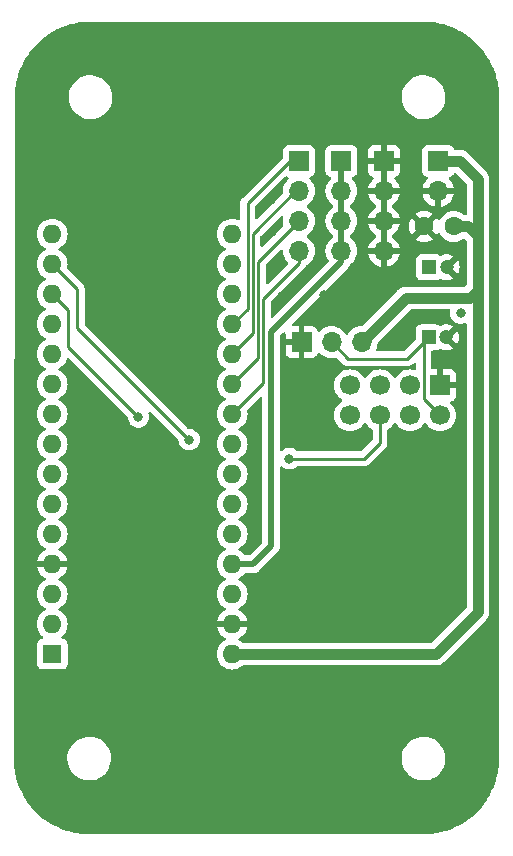
<source format=gbr>
%TF.GenerationSoftware,KiCad,Pcbnew,7.0.7*%
%TF.CreationDate,2023-10-16T17:56:00+02:00*%
%TF.ProjectId,arduino-nano-radio-transmitter,61726475-696e-46f2-9d6e-616e6f2d7261,0*%
%TF.SameCoordinates,Original*%
%TF.FileFunction,Copper,L1,Top*%
%TF.FilePolarity,Positive*%
%FSLAX46Y46*%
G04 Gerber Fmt 4.6, Leading zero omitted, Abs format (unit mm)*
G04 Created by KiCad (PCBNEW 7.0.7) date 2023-10-16 17:56:00*
%MOMM*%
%LPD*%
G01*
G04 APERTURE LIST*
%TA.AperFunction,ComponentPad*%
%ADD10R,1.700000X1.700000*%
%TD*%
%TA.AperFunction,ComponentPad*%
%ADD11O,1.700000X1.700000*%
%TD*%
%TA.AperFunction,ComponentPad*%
%ADD12C,1.600000*%
%TD*%
%TA.AperFunction,ComponentPad*%
%ADD13R,1.200000X1.200000*%
%TD*%
%TA.AperFunction,ComponentPad*%
%ADD14C,1.200000*%
%TD*%
%TA.AperFunction,ComponentPad*%
%ADD15C,1.700000*%
%TD*%
%TA.AperFunction,ComponentPad*%
%ADD16R,1.600000X1.600000*%
%TD*%
%TA.AperFunction,ComponentPad*%
%ADD17O,1.600000X1.600000*%
%TD*%
%TA.AperFunction,ViaPad*%
%ADD18C,0.800000*%
%TD*%
%TA.AperFunction,Conductor*%
%ADD19C,0.250000*%
%TD*%
%TA.AperFunction,Conductor*%
%ADD20C,0.500000*%
%TD*%
%TA.AperFunction,Conductor*%
%ADD21C,0.900000*%
%TD*%
G04 APERTURE END LIST*
D10*
%TO.P,BT1,1,+*%
%TO.N,+12V*%
X107850000Y-44900000D03*
D11*
%TO.P,BT1,2,-*%
%TO.N,GND*%
X107850000Y-47440000D03*
%TD*%
D10*
%TO.P,J1,1,Pin_1*%
%TO.N,Net-(A1-A0)*%
X96050000Y-44900000D03*
D11*
%TO.P,J1,2,Pin_2*%
%TO.N,Net-(A1-A1)*%
X96050000Y-47440000D03*
%TO.P,J1,3,Pin_3*%
%TO.N,Net-(A1-A2)*%
X96050000Y-49980000D03*
%TO.P,J1,4,Pin_4*%
%TO.N,Net-(A1-A3)*%
X96050000Y-52520000D03*
%TD*%
D12*
%TO.P,C3,1*%
%TO.N,GND*%
X106650000Y-50450000D03*
%TO.P,C3,2*%
%TO.N,+12V*%
X109150000Y-50450000D03*
%TD*%
D13*
%TO.P,C1,1*%
%TO.N,+3.3V*%
X107027401Y-59850000D03*
D14*
%TO.P,C1,2*%
%TO.N,GND*%
X108527401Y-59850000D03*
%TD*%
D10*
%TO.P,J2,1,Pin_1*%
%TO.N,Net-(A1-+5V)*%
X99650000Y-44900000D03*
D11*
%TO.P,J2,2,Pin_2*%
X99650000Y-47440000D03*
%TO.P,J2,3,Pin_3*%
X99650000Y-49980000D03*
%TO.P,J2,4,Pin_4*%
X99650000Y-52520000D03*
%TD*%
D10*
%TO.P,J3,1,Pin_1*%
%TO.N,GND*%
X103250000Y-44900000D03*
D11*
%TO.P,J3,2,Pin_2*%
X103250000Y-47440000D03*
%TO.P,J3,3,Pin_3*%
X103250000Y-49980000D03*
%TO.P,J3,4,Pin_4*%
X103250000Y-52520000D03*
%TD*%
D13*
%TO.P,C2,1*%
%TO.N,+3.3V*%
X107050000Y-53900000D03*
D14*
%TO.P,C2,2*%
%TO.N,GND*%
X108550000Y-53900000D03*
%TD*%
D10*
%TO.P,U2,1,GND*%
%TO.N,GND*%
X96270000Y-60250000D03*
D11*
%TO.P,U2,2,VO*%
%TO.N,+3.3V*%
X98810000Y-60250000D03*
%TO.P,U2,3,VI*%
%TO.N,+12V*%
X101350000Y-60250000D03*
%TD*%
D10*
%TO.P,U3,1,GND*%
%TO.N,GND*%
X107990000Y-63900000D03*
D15*
%TO.P,U3,2,VCC*%
%TO.N,+3.3V*%
X107990000Y-66440000D03*
%TO.P,U3,3,CE*%
%TO.N,/CE*%
X105450000Y-63900000D03*
%TO.P,U3,4,~{CSN}*%
%TO.N,/CSN*%
X105450000Y-66440000D03*
%TO.P,U3,5,SCK*%
%TO.N,/SCK*%
X102910000Y-63900000D03*
%TO.P,U3,6,MOSI*%
%TO.N,/MOSI*%
X102910000Y-66440000D03*
%TO.P,U3,7,MISO*%
%TO.N,/MISO*%
X100370000Y-63900000D03*
%TO.P,U3,8,IRQ*%
%TO.N,/IRQ*%
X100370000Y-66440000D03*
%TD*%
D16*
%TO.P,A1,1,D1/TX*%
%TO.N,unconnected-(A1-D1{slash}TX-Pad1)*%
X75160000Y-86660000D03*
D17*
%TO.P,A1,2,D0/RX*%
%TO.N,unconnected-(A1-D0{slash}RX-Pad2)*%
X75160000Y-84120000D03*
%TO.P,A1,3,~{RESET}*%
%TO.N,unconnected-(A1-~{RESET}-Pad3)*%
X75160000Y-81580000D03*
%TO.P,A1,4,GND*%
%TO.N,GND*%
X75160000Y-79040000D03*
%TO.P,A1,5,D2*%
%TO.N,unconnected-(A1-D2-Pad5)*%
X75160000Y-76500000D03*
%TO.P,A1,6,D3*%
%TO.N,unconnected-(A1-D3-Pad6)*%
X75160000Y-73960000D03*
%TO.P,A1,7,D4*%
%TO.N,unconnected-(A1-D4-Pad7)*%
X75160000Y-71420000D03*
%TO.P,A1,8,D5*%
%TO.N,unconnected-(A1-D5-Pad8)*%
X75160000Y-68880000D03*
%TO.P,A1,9,D6*%
%TO.N,unconnected-(A1-D6-Pad9)*%
X75160000Y-66340000D03*
%TO.P,A1,10,D7*%
%TO.N,unconnected-(A1-D7-Pad10)*%
X75160000Y-63800000D03*
%TO.P,A1,11,D8*%
%TO.N,/IRQ*%
X75160000Y-61260000D03*
%TO.P,A1,12,D9*%
%TO.N,/CE*%
X75160000Y-58720000D03*
%TO.P,A1,13,D10*%
%TO.N,/CSN*%
X75160000Y-56180000D03*
%TO.P,A1,14,D11*%
%TO.N,/MOSI*%
X75160000Y-53640000D03*
%TO.P,A1,15,D12*%
%TO.N,/MISO*%
X75160000Y-51100000D03*
%TO.P,A1,16,D13*%
%TO.N,/SCK*%
X90400000Y-51100000D03*
%TO.P,A1,17,3V3*%
%TO.N,unconnected-(A1-3V3-Pad17)*%
X90400000Y-53640000D03*
%TO.P,A1,18,AREF*%
%TO.N,unconnected-(A1-AREF-Pad18)*%
X90400000Y-56180000D03*
%TO.P,A1,19,A0*%
%TO.N,Net-(A1-A0)*%
X90400000Y-58720000D03*
%TO.P,A1,20,A1*%
%TO.N,Net-(A1-A1)*%
X90400000Y-61260000D03*
%TO.P,A1,21,A2*%
%TO.N,Net-(A1-A2)*%
X90400000Y-63800000D03*
%TO.P,A1,22,A3*%
%TO.N,Net-(A1-A3)*%
X90400000Y-66340000D03*
%TO.P,A1,23,A4*%
%TO.N,unconnected-(A1-A4-Pad23)*%
X90400000Y-68880000D03*
%TO.P,A1,24,A5*%
%TO.N,unconnected-(A1-A5-Pad24)*%
X90400000Y-71420000D03*
%TO.P,A1,25,A6*%
%TO.N,unconnected-(A1-A6-Pad25)*%
X90400000Y-73960000D03*
%TO.P,A1,26,A7*%
%TO.N,unconnected-(A1-A7-Pad26)*%
X90400000Y-76500000D03*
%TO.P,A1,27,+5V*%
%TO.N,Net-(A1-+5V)*%
X90400000Y-79040000D03*
%TO.P,A1,28,~{RESET}*%
%TO.N,unconnected-(A1-~{RESET}-Pad28)*%
X90400000Y-81580000D03*
%TO.P,A1,29,GND*%
%TO.N,GND*%
X90400000Y-84120000D03*
%TO.P,A1,30,VIN*%
%TO.N,+12V*%
X90400000Y-86660000D03*
%TD*%
D18*
%TO.N,*%
X109750000Y-57800000D03*
%TO.N,GND*%
X87700000Y-57100000D03*
X86000000Y-95900000D03*
X108500000Y-87900000D03*
X101700000Y-95800000D03*
X106900000Y-78400000D03*
X98200000Y-56250000D03*
X97400000Y-91800000D03*
X76850000Y-49250000D03*
X92250000Y-72700000D03*
X85400000Y-61200000D03*
X78500000Y-66100000D03*
X80000000Y-57600000D03*
X96600000Y-63800000D03*
X96400000Y-72700000D03*
X106700000Y-69200000D03*
X82600000Y-41400000D03*
X82400000Y-72100000D03*
X86800000Y-88200000D03*
X94300000Y-53700000D03*
X97000000Y-66500000D03*
X96300000Y-83200000D03*
X87900000Y-48450000D03*
X93700000Y-48200000D03*
X85700000Y-63700000D03*
X86500000Y-77700000D03*
X104800000Y-59750000D03*
X80000000Y-84300000D03*
X94600000Y-56300000D03*
X102100000Y-56300000D03*
X100000000Y-41400000D03*
X82600000Y-48600000D03*
X93750000Y-50900000D03*
%TO.N,/CSN*%
X82462347Y-66587653D03*
%TO.N,/MOSI*%
X86750000Y-68500000D03*
X95250000Y-70100000D03*
%TD*%
D19*
%TO.N,/CSN*%
X76500000Y-57520000D02*
X76500000Y-60625305D01*
X76500000Y-60625305D02*
X82462347Y-66587653D01*
X75160000Y-56180000D02*
X76500000Y-57520000D01*
%TO.N,/MOSI*%
X95250000Y-70100000D02*
X101600000Y-70100000D01*
X86750000Y-68500000D02*
X77300000Y-59050000D01*
X101600000Y-70100000D02*
X102910000Y-68790000D01*
X77300000Y-59050000D02*
X77300000Y-55780000D01*
X102910000Y-66440000D02*
X102910000Y-68790000D01*
X77300000Y-55780000D02*
X75160000Y-53640000D01*
%TO.N,Net-(A1-A0)*%
X95300000Y-44900000D02*
X91700000Y-48500000D01*
X96050000Y-44900000D02*
X95300000Y-44900000D01*
X91700000Y-57420000D02*
X90400000Y-58720000D01*
X91700000Y-48500000D02*
X91700000Y-57420000D01*
%TO.N,Net-(A1-A1)*%
X92150000Y-51050000D02*
X92150000Y-59510000D01*
X92150000Y-59510000D02*
X90400000Y-61260000D01*
X96050000Y-47440000D02*
X95760000Y-47440000D01*
X95760000Y-47440000D02*
X92150000Y-51050000D01*
%TO.N,Net-(A1-A2)*%
X92600000Y-53430000D02*
X92600000Y-61600000D01*
X92600000Y-61600000D02*
X90400000Y-63800000D01*
X96050000Y-49980000D02*
X92600000Y-53430000D01*
%TO.N,Net-(A1-A3)*%
X93050000Y-63690000D02*
X90400000Y-66340000D01*
X96050000Y-53570000D02*
X93050000Y-56570000D01*
X96050000Y-52520000D02*
X96050000Y-53570000D01*
X93050000Y-56570000D02*
X93050000Y-63690000D01*
D20*
%TO.N,Net-(A1-+5V)*%
X99650000Y-53450000D02*
X93700000Y-59400000D01*
X92160000Y-79040000D02*
X90400000Y-79040000D01*
X93700000Y-59400000D02*
X93700000Y-77500000D01*
X93700000Y-77500000D02*
X92160000Y-79040000D01*
X99650000Y-44900000D02*
X99650000Y-53450000D01*
D21*
%TO.N,+12V*%
X111200000Y-83100000D02*
X111200000Y-55800000D01*
X90400000Y-86660000D02*
X107640000Y-86660000D01*
X101350000Y-60250000D02*
X105100000Y-56500000D01*
X110350000Y-50450000D02*
X111200000Y-51300000D01*
X109650000Y-44900000D02*
X107850000Y-44900000D01*
X111200000Y-51300000D02*
X111200000Y-46450000D01*
X110500000Y-56500000D02*
X111200000Y-55800000D01*
X107640000Y-86660000D02*
X111200000Y-83100000D01*
X111200000Y-55800000D02*
X111200000Y-53550000D01*
X109150000Y-50450000D02*
X110350000Y-50450000D01*
X111200000Y-53550000D02*
X111200000Y-51300000D01*
X111200000Y-46450000D02*
X109650000Y-44900000D01*
X111200000Y-54400000D02*
X111200000Y-54850000D01*
X105100000Y-56500000D02*
X110500000Y-56500000D01*
D19*
%TO.N,+3.3V*%
X107027401Y-59850000D02*
X105227401Y-61650000D01*
X106625000Y-65075000D02*
X106625000Y-60252401D01*
X107050000Y-59827401D02*
X107027401Y-59850000D01*
X100210000Y-61650000D02*
X98810000Y-60250000D01*
X105227401Y-61650000D02*
X100210000Y-61650000D01*
X107990000Y-66440000D02*
X106625000Y-65075000D01*
X106625000Y-60252401D02*
X107027401Y-59850000D01*
%TD*%
%TA.AperFunction,Conductor*%
%TO.N,GND*%
G36*
X108813085Y-57470185D02*
G01*
X108858840Y-57522989D01*
X108868784Y-57592147D01*
X108865382Y-57606772D01*
X108864327Y-57611738D01*
X108864326Y-57611742D01*
X108864326Y-57611744D01*
X108844540Y-57800000D01*
X108864326Y-57988256D01*
X108864327Y-57988259D01*
X108922818Y-58168277D01*
X108922821Y-58168284D01*
X109017467Y-58332216D01*
X109144128Y-58472887D01*
X109144129Y-58472888D01*
X109297265Y-58584148D01*
X109297270Y-58584151D01*
X109470192Y-58661142D01*
X109470197Y-58661144D01*
X109655354Y-58700500D01*
X109655355Y-58700500D01*
X109844644Y-58700500D01*
X109844646Y-58700500D01*
X110029803Y-58661144D01*
X110075065Y-58640991D01*
X110144312Y-58631706D01*
X110207589Y-58661334D01*
X110244804Y-58720468D01*
X110249500Y-58754271D01*
X110249500Y-82654927D01*
X110229815Y-82721966D01*
X110213181Y-82742608D01*
X107282609Y-85673181D01*
X107221286Y-85706666D01*
X107194928Y-85709500D01*
X91340049Y-85709500D01*
X91273010Y-85689815D01*
X91252368Y-85673181D01*
X91239141Y-85659954D01*
X91052734Y-85529432D01*
X91052732Y-85529431D01*
X91041275Y-85524088D01*
X90994132Y-85502105D01*
X90941694Y-85455934D01*
X90922542Y-85388740D01*
X90942758Y-85321859D01*
X90994134Y-85277341D01*
X91052484Y-85250132D01*
X91238820Y-85119657D01*
X91399657Y-84958820D01*
X91530134Y-84772482D01*
X91626265Y-84566326D01*
X91626269Y-84566317D01*
X91678872Y-84370000D01*
X91013347Y-84370000D01*
X90946308Y-84350315D01*
X90900553Y-84297511D01*
X90890609Y-84228353D01*
X90894369Y-84211067D01*
X90900000Y-84191888D01*
X90900000Y-84048111D01*
X90894369Y-84028933D01*
X90894370Y-83959064D01*
X90932145Y-83900286D01*
X90995701Y-83871262D01*
X91013347Y-83870000D01*
X91678872Y-83870000D01*
X91678872Y-83869999D01*
X91626269Y-83673682D01*
X91626265Y-83673673D01*
X91530134Y-83467517D01*
X91399657Y-83281179D01*
X91238820Y-83120342D01*
X91052482Y-82989865D01*
X90994133Y-82962657D01*
X90941694Y-82916484D01*
X90922542Y-82849291D01*
X90942758Y-82782410D01*
X90994129Y-82737895D01*
X91052734Y-82710568D01*
X91239139Y-82580047D01*
X91400047Y-82419139D01*
X91530568Y-82232734D01*
X91626739Y-82026496D01*
X91685635Y-81806692D01*
X91705468Y-81580000D01*
X91685635Y-81353308D01*
X91626739Y-81133504D01*
X91530568Y-80927266D01*
X91400047Y-80740861D01*
X91400045Y-80740858D01*
X91239141Y-80579954D01*
X91052734Y-80449432D01*
X91052728Y-80449429D01*
X90994725Y-80422382D01*
X90942285Y-80376210D01*
X90923133Y-80309017D01*
X90943348Y-80242135D01*
X90994725Y-80197618D01*
X90995319Y-80197341D01*
X91052734Y-80170568D01*
X91239139Y-80040047D01*
X91400047Y-79879139D01*
X91425086Y-79843377D01*
X91479665Y-79799752D01*
X91526663Y-79790500D01*
X92096295Y-79790500D01*
X92114265Y-79791809D01*
X92138023Y-79795289D01*
X92190068Y-79790735D01*
X92195470Y-79790500D01*
X92203704Y-79790500D01*
X92203709Y-79790500D01*
X92215327Y-79789141D01*
X92236276Y-79786693D01*
X92249028Y-79785577D01*
X92312797Y-79779999D01*
X92312805Y-79779996D01*
X92319866Y-79778539D01*
X92319878Y-79778598D01*
X92327243Y-79776965D01*
X92327229Y-79776906D01*
X92334246Y-79775241D01*
X92334255Y-79775241D01*
X92406423Y-79748974D01*
X92479334Y-79724814D01*
X92479343Y-79724807D01*
X92485882Y-79721760D01*
X92485908Y-79721816D01*
X92492690Y-79718532D01*
X92492663Y-79718478D01*
X92499106Y-79715240D01*
X92499117Y-79715237D01*
X92563283Y-79673034D01*
X92628656Y-79632712D01*
X92628662Y-79632705D01*
X92634325Y-79628229D01*
X92634363Y-79628277D01*
X92640200Y-79623522D01*
X92640161Y-79623475D01*
X92645696Y-79618830D01*
X92698385Y-79562983D01*
X93721367Y-78540000D01*
X94185642Y-78075724D01*
X94199271Y-78063947D01*
X94218530Y-78049610D01*
X94252101Y-78009601D01*
X94255761Y-78005606D01*
X94261590Y-77999778D01*
X94281941Y-77974039D01*
X94287948Y-77966879D01*
X94331302Y-77915214D01*
X94331306Y-77915205D01*
X94335274Y-77909175D01*
X94335325Y-77909208D01*
X94339372Y-77902856D01*
X94339320Y-77902824D01*
X94343112Y-77896675D01*
X94375575Y-77827058D01*
X94403599Y-77771258D01*
X94410040Y-77758433D01*
X94410042Y-77758421D01*
X94412509Y-77751646D01*
X94412567Y-77751667D01*
X94415043Y-77744546D01*
X94414986Y-77744528D01*
X94417257Y-77737673D01*
X94432792Y-77662434D01*
X94433868Y-77657893D01*
X94450500Y-77587721D01*
X94450500Y-77587710D01*
X94451338Y-77580548D01*
X94451398Y-77580555D01*
X94452164Y-77573055D01*
X94452105Y-77573050D01*
X94452734Y-77565860D01*
X94450500Y-77489082D01*
X94450500Y-70875571D01*
X94470185Y-70808532D01*
X94522989Y-70762777D01*
X94592147Y-70752833D01*
X94647381Y-70775251D01*
X94785461Y-70875571D01*
X94797270Y-70884151D01*
X94970192Y-70961142D01*
X94970197Y-70961144D01*
X95155354Y-71000500D01*
X95155355Y-71000500D01*
X95344644Y-71000500D01*
X95344646Y-71000500D01*
X95529803Y-70961144D01*
X95702730Y-70884151D01*
X95855871Y-70772888D01*
X95858788Y-70769647D01*
X95861600Y-70766526D01*
X95921087Y-70729879D01*
X95953748Y-70725500D01*
X101517257Y-70725500D01*
X101532877Y-70727224D01*
X101532904Y-70726939D01*
X101540660Y-70727671D01*
X101540667Y-70727673D01*
X101609814Y-70725500D01*
X101639350Y-70725500D01*
X101646228Y-70724630D01*
X101652041Y-70724172D01*
X101698627Y-70722709D01*
X101717869Y-70717117D01*
X101736912Y-70713174D01*
X101756792Y-70710664D01*
X101800122Y-70693507D01*
X101805646Y-70691617D01*
X101809396Y-70690527D01*
X101850390Y-70678618D01*
X101867629Y-70668422D01*
X101885103Y-70659862D01*
X101903727Y-70652488D01*
X101903727Y-70652487D01*
X101903732Y-70652486D01*
X101941449Y-70625082D01*
X101946305Y-70621892D01*
X101986420Y-70598170D01*
X102000589Y-70583999D01*
X102015379Y-70571368D01*
X102031587Y-70559594D01*
X102061299Y-70523676D01*
X102065212Y-70519376D01*
X103293786Y-69290802D01*
X103306048Y-69280980D01*
X103305865Y-69280759D01*
X103311867Y-69275792D01*
X103311877Y-69275786D01*
X103359241Y-69225348D01*
X103380120Y-69204470D01*
X103384373Y-69198986D01*
X103388150Y-69194563D01*
X103420062Y-69160582D01*
X103429714Y-69143023D01*
X103440389Y-69126772D01*
X103452674Y-69110936D01*
X103471186Y-69068152D01*
X103473742Y-69062935D01*
X103496197Y-69022092D01*
X103501180Y-69002680D01*
X103507477Y-68984291D01*
X103515438Y-68965895D01*
X103522729Y-68919853D01*
X103523908Y-68914162D01*
X103535500Y-68869019D01*
X103535500Y-68848982D01*
X103537027Y-68829582D01*
X103540160Y-68809804D01*
X103535775Y-68763415D01*
X103535500Y-68757577D01*
X103535500Y-67715226D01*
X103555185Y-67648187D01*
X103588374Y-67613654D01*
X103781401Y-67478495D01*
X103948495Y-67311401D01*
X104078424Y-67125842D01*
X104133002Y-67082217D01*
X104202500Y-67075023D01*
X104264855Y-67106546D01*
X104281575Y-67125842D01*
X104411500Y-67311395D01*
X104411505Y-67311401D01*
X104578599Y-67478495D01*
X104669486Y-67542135D01*
X104772165Y-67614032D01*
X104772167Y-67614033D01*
X104772170Y-67614035D01*
X104986337Y-67713903D01*
X104986343Y-67713904D01*
X104986344Y-67713905D01*
X104993607Y-67715851D01*
X105214592Y-67775063D01*
X105402918Y-67791539D01*
X105449999Y-67795659D01*
X105450000Y-67795659D01*
X105450001Y-67795659D01*
X105489234Y-67792226D01*
X105685408Y-67775063D01*
X105913663Y-67713903D01*
X106127830Y-67614035D01*
X106321401Y-67478495D01*
X106488495Y-67311401D01*
X106618424Y-67125842D01*
X106673002Y-67082217D01*
X106742500Y-67075023D01*
X106804855Y-67106546D01*
X106821575Y-67125842D01*
X106951500Y-67311395D01*
X106951505Y-67311401D01*
X107118599Y-67478495D01*
X107209486Y-67542135D01*
X107312165Y-67614032D01*
X107312167Y-67614033D01*
X107312170Y-67614035D01*
X107526337Y-67713903D01*
X107526343Y-67713904D01*
X107526344Y-67713905D01*
X107533607Y-67715851D01*
X107754592Y-67775063D01*
X107942918Y-67791539D01*
X107989999Y-67795659D01*
X107990000Y-67795659D01*
X107990001Y-67795659D01*
X108029234Y-67792226D01*
X108225408Y-67775063D01*
X108453663Y-67713903D01*
X108667830Y-67614035D01*
X108861401Y-67478495D01*
X109028495Y-67311401D01*
X109164035Y-67117830D01*
X109263903Y-66903663D01*
X109325063Y-66675408D01*
X109345659Y-66440000D01*
X109325063Y-66204592D01*
X109263903Y-65976337D01*
X109164035Y-65762171D01*
X109158424Y-65754158D01*
X109028496Y-65568600D01*
X108994024Y-65534128D01*
X108906179Y-65446283D01*
X108872696Y-65384963D01*
X108877680Y-65315271D01*
X108919551Y-65259337D01*
X108950529Y-65242422D01*
X109082086Y-65193354D01*
X109082093Y-65193350D01*
X109197187Y-65107190D01*
X109197190Y-65107187D01*
X109283350Y-64992093D01*
X109283354Y-64992086D01*
X109333596Y-64857379D01*
X109333598Y-64857372D01*
X109339999Y-64797844D01*
X109340000Y-64797827D01*
X109340000Y-64150000D01*
X108603347Y-64150000D01*
X108536308Y-64130315D01*
X108490553Y-64077511D01*
X108480609Y-64008353D01*
X108484369Y-63991067D01*
X108490000Y-63971888D01*
X108490000Y-63828111D01*
X108484369Y-63808933D01*
X108484370Y-63739064D01*
X108522145Y-63680286D01*
X108585701Y-63651262D01*
X108603347Y-63650000D01*
X109340000Y-63650000D01*
X109340000Y-63002172D01*
X109339999Y-63002155D01*
X109333598Y-62942627D01*
X109333596Y-62942620D01*
X109283354Y-62807913D01*
X109283350Y-62807906D01*
X109197190Y-62692812D01*
X109197187Y-62692809D01*
X109082093Y-62606649D01*
X109082086Y-62606645D01*
X108947379Y-62556403D01*
X108947372Y-62556401D01*
X108887844Y-62550000D01*
X108240000Y-62550000D01*
X108240000Y-63287698D01*
X108220315Y-63354737D01*
X108167511Y-63400492D01*
X108098355Y-63410436D01*
X108025766Y-63400000D01*
X108025763Y-63400000D01*
X107954237Y-63400000D01*
X107954233Y-63400000D01*
X107881645Y-63410436D01*
X107812487Y-63400492D01*
X107759684Y-63354736D01*
X107740000Y-63287698D01*
X107740000Y-62550000D01*
X107374500Y-62550000D01*
X107307461Y-62530315D01*
X107261706Y-62477511D01*
X107250500Y-62426000D01*
X107250500Y-61074499D01*
X107270185Y-61007460D01*
X107322989Y-60961705D01*
X107374500Y-60950499D01*
X107675272Y-60950499D01*
X107675273Y-60950499D01*
X107734884Y-60944091D01*
X107778482Y-60927830D01*
X107869730Y-60893797D01*
X107869730Y-60893796D01*
X107869732Y-60893796D01*
X107919394Y-60856618D01*
X107984855Y-60832201D01*
X108038498Y-60840258D01*
X108225079Y-60912539D01*
X108425473Y-60950000D01*
X108629329Y-60950000D01*
X108829722Y-60912539D01*
X109019815Y-60838897D01*
X109108089Y-60784240D01*
X108637664Y-60313816D01*
X108604179Y-60252493D01*
X108609163Y-60182802D01*
X108651034Y-60126868D01*
X108660059Y-60120713D01*
X108733011Y-60075543D01*
X108800602Y-59986038D01*
X108800601Y-59986038D01*
X108807527Y-59976868D01*
X108810948Y-59979451D01*
X108843032Y-59944725D01*
X108910664Y-59927186D01*
X108977043Y-59948996D01*
X108994396Y-59963442D01*
X109464866Y-60433912D01*
X109466648Y-60431552D01*
X109466650Y-60431550D01*
X109557514Y-60249069D01*
X109557517Y-60249063D01*
X109613303Y-60052992D01*
X109613304Y-60052989D01*
X109632114Y-59850000D01*
X109632114Y-59849999D01*
X109613304Y-59647010D01*
X109613303Y-59647007D01*
X109557517Y-59450936D01*
X109557514Y-59450930D01*
X109466645Y-59268441D01*
X109464867Y-59266086D01*
X109464866Y-59266085D01*
X108990520Y-59740432D01*
X108929197Y-59773917D01*
X108859505Y-59768933D01*
X108803572Y-59727061D01*
X108791841Y-59708028D01*
X108770953Y-59666078D01*
X108688067Y-59590516D01*
X108681912Y-59588131D01*
X108626511Y-59545561D01*
X108602919Y-59479795D01*
X108618629Y-59411714D01*
X108639024Y-59384824D01*
X109108089Y-58915758D01*
X109108088Y-58915757D01*
X109019819Y-58861104D01*
X109019812Y-58861100D01*
X108829722Y-58787460D01*
X108629329Y-58750000D01*
X108425473Y-58750000D01*
X108225078Y-58787460D01*
X108038499Y-58859741D01*
X107968875Y-58865603D01*
X107919394Y-58843381D01*
X107897816Y-58827228D01*
X107869732Y-58806204D01*
X107869730Y-58806203D01*
X107869729Y-58806202D01*
X107734883Y-58755908D01*
X107734884Y-58755908D01*
X107675284Y-58749501D01*
X107675282Y-58749500D01*
X107675274Y-58749500D01*
X107675265Y-58749500D01*
X106379530Y-58749500D01*
X106379524Y-58749501D01*
X106319917Y-58755908D01*
X106185072Y-58806202D01*
X106185065Y-58806206D01*
X106069856Y-58892452D01*
X106069853Y-58892455D01*
X105983607Y-59007664D01*
X105983603Y-59007671D01*
X105933309Y-59142517D01*
X105926902Y-59202116D01*
X105926901Y-59202135D01*
X105926901Y-60014546D01*
X105907216Y-60081585D01*
X105890582Y-60102227D01*
X105004629Y-60988181D01*
X104943306Y-61021666D01*
X104916948Y-61024500D01*
X102673598Y-61024500D01*
X102606559Y-61004815D01*
X102560804Y-60952011D01*
X102550860Y-60882853D01*
X102561216Y-60848095D01*
X102562578Y-60845175D01*
X102623903Y-60713663D01*
X102685063Y-60485408D01*
X102702823Y-60282411D01*
X102728275Y-60217343D01*
X102738662Y-60205546D01*
X105457390Y-57486819D01*
X105518714Y-57453334D01*
X105545072Y-57450500D01*
X108746046Y-57450500D01*
X108813085Y-57470185D01*
G37*
%TD.AperFunction*%
%TA.AperFunction,Conductor*%
G36*
X92868834Y-64858269D02*
G01*
X92924767Y-64900141D01*
X92949184Y-64965605D01*
X92949500Y-64974451D01*
X92949500Y-77137770D01*
X92929815Y-77204809D01*
X92913181Y-77225451D01*
X91885451Y-78253181D01*
X91824128Y-78286666D01*
X91797770Y-78289500D01*
X91526663Y-78289500D01*
X91459624Y-78269815D01*
X91425088Y-78236623D01*
X91400045Y-78200858D01*
X91239141Y-78039954D01*
X91052734Y-77909432D01*
X91052728Y-77909429D01*
X90994725Y-77882382D01*
X90942285Y-77836210D01*
X90923133Y-77769017D01*
X90943348Y-77702135D01*
X90994725Y-77657618D01*
X91052734Y-77630568D01*
X91239139Y-77500047D01*
X91400047Y-77339139D01*
X91530568Y-77152734D01*
X91626739Y-76946496D01*
X91685635Y-76726692D01*
X91705468Y-76500000D01*
X91685635Y-76273308D01*
X91626739Y-76053504D01*
X91530568Y-75847266D01*
X91400047Y-75660861D01*
X91400045Y-75660858D01*
X91239141Y-75499954D01*
X91052734Y-75369432D01*
X91052728Y-75369429D01*
X90994725Y-75342382D01*
X90942285Y-75296210D01*
X90923133Y-75229017D01*
X90943348Y-75162135D01*
X90994725Y-75117618D01*
X91052734Y-75090568D01*
X91239139Y-74960047D01*
X91400047Y-74799139D01*
X91530568Y-74612734D01*
X91626739Y-74406496D01*
X91685635Y-74186692D01*
X91705468Y-73960000D01*
X91685635Y-73733308D01*
X91626739Y-73513504D01*
X91530568Y-73307266D01*
X91400047Y-73120861D01*
X91400045Y-73120858D01*
X91239141Y-72959954D01*
X91052734Y-72829432D01*
X91052728Y-72829429D01*
X90994725Y-72802382D01*
X90942285Y-72756210D01*
X90923133Y-72689017D01*
X90943348Y-72622135D01*
X90994725Y-72577618D01*
X91052734Y-72550568D01*
X91239139Y-72420047D01*
X91400047Y-72259139D01*
X91530568Y-72072734D01*
X91626739Y-71866496D01*
X91685635Y-71646692D01*
X91705468Y-71420000D01*
X91685635Y-71193308D01*
X91626739Y-70973504D01*
X91530568Y-70767266D01*
X91400047Y-70580861D01*
X91400045Y-70580858D01*
X91239141Y-70419954D01*
X91052734Y-70289432D01*
X91052728Y-70289429D01*
X90994725Y-70262382D01*
X90942285Y-70216210D01*
X90923133Y-70149017D01*
X90943348Y-70082135D01*
X90994725Y-70037618D01*
X91052734Y-70010568D01*
X91239139Y-69880047D01*
X91400047Y-69719139D01*
X91530568Y-69532734D01*
X91626739Y-69326496D01*
X91685635Y-69106692D01*
X91705468Y-68880000D01*
X91704507Y-68869021D01*
X91694757Y-68757577D01*
X91685635Y-68653308D01*
X91626739Y-68433504D01*
X91530568Y-68227266D01*
X91400047Y-68040861D01*
X91400045Y-68040858D01*
X91239141Y-67879954D01*
X91052734Y-67749432D01*
X91052728Y-67749429D01*
X90994725Y-67722382D01*
X90942285Y-67676210D01*
X90923133Y-67609017D01*
X90943348Y-67542135D01*
X90994725Y-67497618D01*
X91052734Y-67470568D01*
X91239139Y-67340047D01*
X91400047Y-67179139D01*
X91530568Y-66992734D01*
X91626739Y-66786496D01*
X91685635Y-66566692D01*
X91705468Y-66340000D01*
X91685635Y-66113308D01*
X91667318Y-66044948D01*
X91668981Y-65975103D01*
X91699410Y-65925179D01*
X92737821Y-64886768D01*
X92799142Y-64853285D01*
X92868834Y-64858269D01*
G37*
%TD.AperFunction*%
%TA.AperFunction,Conductor*%
G36*
X94839333Y-59424545D02*
G01*
X94895267Y-59466416D01*
X94919684Y-59531881D01*
X94920000Y-59540727D01*
X94920000Y-60000000D01*
X95656653Y-60000000D01*
X95723692Y-60019685D01*
X95769447Y-60072489D01*
X95779391Y-60141647D01*
X95775631Y-60158933D01*
X95770000Y-60178111D01*
X95770000Y-60321888D01*
X95775631Y-60341067D01*
X95775630Y-60410936D01*
X95737855Y-60469714D01*
X95674299Y-60498738D01*
X95656653Y-60500000D01*
X94920000Y-60500000D01*
X94920000Y-61147844D01*
X94926401Y-61207372D01*
X94926403Y-61207379D01*
X94976645Y-61342086D01*
X94976649Y-61342093D01*
X95062809Y-61457187D01*
X95062812Y-61457190D01*
X95177906Y-61543350D01*
X95177913Y-61543354D01*
X95312620Y-61593596D01*
X95312627Y-61593598D01*
X95372155Y-61599999D01*
X95372172Y-61600000D01*
X96019999Y-61600000D01*
X96019999Y-60862301D01*
X96039683Y-60795262D01*
X96092487Y-60749507D01*
X96161646Y-60739563D01*
X96168380Y-60740531D01*
X96234237Y-60750000D01*
X96234238Y-60750000D01*
X96305762Y-60750000D01*
X96305763Y-60750000D01*
X96378353Y-60739563D01*
X96447512Y-60749507D01*
X96500315Y-60795262D01*
X96520000Y-60862301D01*
X96520000Y-61600000D01*
X97167828Y-61600000D01*
X97167844Y-61599999D01*
X97227372Y-61593598D01*
X97227379Y-61593596D01*
X97362086Y-61543354D01*
X97362093Y-61543350D01*
X97477187Y-61457190D01*
X97477190Y-61457187D01*
X97563350Y-61342093D01*
X97563354Y-61342086D01*
X97612422Y-61210529D01*
X97654293Y-61154595D01*
X97719757Y-61130178D01*
X97788030Y-61145030D01*
X97816285Y-61166181D01*
X97938599Y-61288495D01*
X97988953Y-61323753D01*
X98132165Y-61424032D01*
X98132167Y-61424033D01*
X98132170Y-61424035D01*
X98346337Y-61523903D01*
X98574592Y-61585063D01*
X98745319Y-61600000D01*
X98809999Y-61605659D01*
X98810000Y-61605659D01*
X98810001Y-61605659D01*
X98874681Y-61600000D01*
X99045408Y-61585063D01*
X99145873Y-61558143D01*
X99215722Y-61559806D01*
X99265647Y-61590237D01*
X99709197Y-62033788D01*
X99719022Y-62046051D01*
X99719243Y-62045869D01*
X99724214Y-62051878D01*
X99745043Y-62071437D01*
X99774635Y-62099226D01*
X99795529Y-62120120D01*
X99801011Y-62124373D01*
X99805443Y-62128157D01*
X99839418Y-62160062D01*
X99856976Y-62169714D01*
X99873233Y-62180393D01*
X99889064Y-62192673D01*
X99908737Y-62201186D01*
X99931833Y-62211182D01*
X99937077Y-62213750D01*
X99977908Y-62236197D01*
X99990523Y-62239435D01*
X99997305Y-62241177D01*
X100015719Y-62247481D01*
X100034104Y-62255438D01*
X100080157Y-62262732D01*
X100085826Y-62263906D01*
X100130981Y-62275500D01*
X100151016Y-62275500D01*
X100170413Y-62277026D01*
X100190196Y-62280160D01*
X100236583Y-62275775D01*
X100242422Y-62275500D01*
X105144658Y-62275500D01*
X105160278Y-62277224D01*
X105160305Y-62276939D01*
X105168061Y-62277671D01*
X105168068Y-62277673D01*
X105237215Y-62275500D01*
X105266751Y-62275500D01*
X105273629Y-62274630D01*
X105279442Y-62274172D01*
X105326028Y-62272709D01*
X105345270Y-62267117D01*
X105364313Y-62263174D01*
X105384193Y-62260664D01*
X105427523Y-62243507D01*
X105433047Y-62241617D01*
X105436797Y-62240527D01*
X105477791Y-62228618D01*
X105495030Y-62218422D01*
X105512504Y-62209862D01*
X105531128Y-62202488D01*
X105531128Y-62202487D01*
X105531133Y-62202486D01*
X105568850Y-62175082D01*
X105573706Y-62171892D01*
X105613821Y-62148170D01*
X105627990Y-62133999D01*
X105642780Y-62121368D01*
X105658988Y-62109594D01*
X105688700Y-62073676D01*
X105692613Y-62069376D01*
X105787821Y-61974168D01*
X105849143Y-61940686D01*
X105918834Y-61945670D01*
X105974768Y-61987542D01*
X105999184Y-62053007D01*
X105999500Y-62061852D01*
X105999500Y-62487496D01*
X105979815Y-62554535D01*
X105927011Y-62600290D01*
X105857853Y-62610234D01*
X105843408Y-62607271D01*
X105685416Y-62564939D01*
X105685412Y-62564938D01*
X105685408Y-62564937D01*
X105685406Y-62564936D01*
X105685403Y-62564936D01*
X105450001Y-62544341D01*
X105449999Y-62544341D01*
X105214596Y-62564936D01*
X105214586Y-62564938D01*
X104986344Y-62626094D01*
X104986335Y-62626098D01*
X104772171Y-62725964D01*
X104772169Y-62725965D01*
X104578597Y-62861505D01*
X104411505Y-63028597D01*
X104281575Y-63214158D01*
X104226998Y-63257783D01*
X104157500Y-63264977D01*
X104095145Y-63233454D01*
X104078425Y-63214158D01*
X103948494Y-63028597D01*
X103781402Y-62861506D01*
X103781395Y-62861501D01*
X103587834Y-62725967D01*
X103587830Y-62725965D01*
X103516727Y-62692809D01*
X103373663Y-62626097D01*
X103373659Y-62626096D01*
X103373655Y-62626094D01*
X103145413Y-62564938D01*
X103145403Y-62564936D01*
X102910001Y-62544341D01*
X102909999Y-62544341D01*
X102674596Y-62564936D01*
X102674586Y-62564938D01*
X102446344Y-62626094D01*
X102446335Y-62626098D01*
X102232171Y-62725964D01*
X102232169Y-62725965D01*
X102038597Y-62861505D01*
X101871505Y-63028597D01*
X101741575Y-63214158D01*
X101686998Y-63257783D01*
X101617500Y-63264977D01*
X101555145Y-63233454D01*
X101538425Y-63214158D01*
X101408494Y-63028597D01*
X101241402Y-62861506D01*
X101241395Y-62861501D01*
X101047834Y-62725967D01*
X101047830Y-62725965D01*
X100976727Y-62692809D01*
X100833663Y-62626097D01*
X100833659Y-62626096D01*
X100833655Y-62626094D01*
X100605413Y-62564938D01*
X100605403Y-62564936D01*
X100370001Y-62544341D01*
X100369999Y-62544341D01*
X100134596Y-62564936D01*
X100134586Y-62564938D01*
X99906344Y-62626094D01*
X99906335Y-62626098D01*
X99692171Y-62725964D01*
X99692169Y-62725965D01*
X99498597Y-62861505D01*
X99331505Y-63028597D01*
X99195965Y-63222169D01*
X99195964Y-63222171D01*
X99096098Y-63436335D01*
X99096094Y-63436344D01*
X99034938Y-63664586D01*
X99034936Y-63664596D01*
X99014341Y-63899999D01*
X99014341Y-63900000D01*
X99034936Y-64135403D01*
X99034938Y-64135413D01*
X99096094Y-64363655D01*
X99096096Y-64363659D01*
X99096097Y-64363663D01*
X99137631Y-64452732D01*
X99195965Y-64577830D01*
X99195967Y-64577834D01*
X99238894Y-64639139D01*
X99331501Y-64771396D01*
X99331506Y-64771402D01*
X99498597Y-64938493D01*
X99498603Y-64938498D01*
X99684158Y-65068425D01*
X99727783Y-65123002D01*
X99734977Y-65192500D01*
X99703454Y-65254855D01*
X99684158Y-65271575D01*
X99498597Y-65401505D01*
X99331505Y-65568597D01*
X99195965Y-65762169D01*
X99195964Y-65762171D01*
X99096098Y-65976335D01*
X99096094Y-65976344D01*
X99034938Y-66204586D01*
X99034936Y-66204596D01*
X99014341Y-66439999D01*
X99014341Y-66440000D01*
X99034936Y-66675403D01*
X99034938Y-66675413D01*
X99096094Y-66903655D01*
X99096096Y-66903659D01*
X99096097Y-66903663D01*
X99100000Y-66912032D01*
X99195965Y-67117830D01*
X99195967Y-67117834D01*
X99238894Y-67179139D01*
X99331505Y-67311401D01*
X99498599Y-67478495D01*
X99589486Y-67542135D01*
X99692165Y-67614032D01*
X99692167Y-67614033D01*
X99692170Y-67614035D01*
X99906337Y-67713903D01*
X99906343Y-67713904D01*
X99906344Y-67713905D01*
X99913607Y-67715851D01*
X100134592Y-67775063D01*
X100322918Y-67791539D01*
X100369999Y-67795659D01*
X100370000Y-67795659D01*
X100370001Y-67795659D01*
X100409234Y-67792226D01*
X100605408Y-67775063D01*
X100833663Y-67713903D01*
X101047830Y-67614035D01*
X101241401Y-67478495D01*
X101408495Y-67311401D01*
X101538424Y-67125842D01*
X101593002Y-67082217D01*
X101662500Y-67075023D01*
X101724855Y-67106546D01*
X101741575Y-67125842D01*
X101871500Y-67311395D01*
X101871505Y-67311401D01*
X102038599Y-67478495D01*
X102231624Y-67613653D01*
X102275248Y-67668228D01*
X102284500Y-67715226D01*
X102284500Y-68479547D01*
X102264815Y-68546586D01*
X102248181Y-68567228D01*
X101377228Y-69438181D01*
X101315905Y-69471666D01*
X101289547Y-69474500D01*
X95953748Y-69474500D01*
X95886709Y-69454815D01*
X95861600Y-69433474D01*
X95855873Y-69427114D01*
X95855869Y-69427110D01*
X95702734Y-69315851D01*
X95702729Y-69315848D01*
X95529807Y-69238857D01*
X95529802Y-69238855D01*
X95368028Y-69204470D01*
X95344646Y-69199500D01*
X95155354Y-69199500D01*
X95131972Y-69204470D01*
X94970197Y-69238855D01*
X94970192Y-69238857D01*
X94797270Y-69315848D01*
X94797265Y-69315851D01*
X94647385Y-69424746D01*
X94581579Y-69448226D01*
X94513525Y-69432400D01*
X94464830Y-69382295D01*
X94450500Y-69324428D01*
X94450500Y-59762228D01*
X94470185Y-59695189D01*
X94486814Y-59674552D01*
X94708323Y-59453043D01*
X94769642Y-59419561D01*
X94839333Y-59424545D01*
G37*
%TD.AperFunction*%
%TA.AperFunction,Conductor*%
G36*
X94613675Y-52403427D02*
G01*
X94669608Y-52445299D01*
X94694025Y-52510763D01*
X94694341Y-52519609D01*
X94694341Y-52520000D01*
X94714936Y-52755403D01*
X94714938Y-52755413D01*
X94776094Y-52983655D01*
X94776096Y-52983659D01*
X94776097Y-52983663D01*
X94845408Y-53132301D01*
X94875965Y-53197830D01*
X94875967Y-53197834D01*
X95011501Y-53391395D01*
X95011506Y-53391402D01*
X95090075Y-53469971D01*
X95123560Y-53531294D01*
X95118576Y-53600986D01*
X95090075Y-53645333D01*
X93437180Y-55298228D01*
X93375857Y-55331713D01*
X93306165Y-55326729D01*
X93250232Y-55284857D01*
X93225815Y-55219393D01*
X93225499Y-55210570D01*
X93225499Y-53740450D01*
X93245184Y-53673412D01*
X93261813Y-53652775D01*
X94482662Y-52431926D01*
X94543983Y-52398443D01*
X94613675Y-52403427D01*
G37*
%TD.AperFunction*%
%TA.AperFunction,Conductor*%
G36*
X94655958Y-49531145D02*
G01*
X94711891Y-49573017D01*
X94736308Y-49638481D01*
X94732399Y-49679419D01*
X94714939Y-49744583D01*
X94714936Y-49744596D01*
X94694341Y-49979999D01*
X94694341Y-49980000D01*
X94714936Y-50215403D01*
X94714938Y-50215413D01*
X94741856Y-50315872D01*
X94740193Y-50385722D01*
X94709762Y-50435646D01*
X92987180Y-52158228D01*
X92925857Y-52191713D01*
X92856165Y-52186729D01*
X92800232Y-52144857D01*
X92775815Y-52079393D01*
X92775499Y-52070567D01*
X92775499Y-51360450D01*
X92795184Y-51293412D01*
X92811813Y-51272775D01*
X94524944Y-49559645D01*
X94586266Y-49526161D01*
X94655958Y-49531145D01*
G37*
%TD.AperFunction*%
%TA.AperFunction,Conductor*%
G36*
X94983624Y-46203476D02*
G01*
X95025483Y-46219089D01*
X95089082Y-46242810D01*
X95145015Y-46284682D01*
X95169432Y-46350146D01*
X95154580Y-46418419D01*
X95133430Y-46446673D01*
X95011503Y-46568600D01*
X94875965Y-46762169D01*
X94875964Y-46762171D01*
X94776098Y-46976335D01*
X94776094Y-46976344D01*
X94714938Y-47204586D01*
X94714936Y-47204596D01*
X94694341Y-47439999D01*
X94694341Y-47440002D01*
X94703868Y-47548899D01*
X94690101Y-47617399D01*
X94668021Y-47647387D01*
X92537181Y-49778228D01*
X92475858Y-49811713D01*
X92406166Y-49806729D01*
X92350233Y-49764857D01*
X92325816Y-49699393D01*
X92325500Y-49690547D01*
X92325500Y-48810451D01*
X92345185Y-48743412D01*
X92361814Y-48722775D01*
X94852613Y-46231976D01*
X94913934Y-46198493D01*
X94983624Y-46203476D01*
G37*
%TD.AperFunction*%
%TA.AperFunction,Conductor*%
G36*
X103427512Y-50479507D02*
G01*
X103480315Y-50525262D01*
X103500000Y-50592301D01*
X103500000Y-51907698D01*
X103480315Y-51974737D01*
X103427511Y-52020492D01*
X103358355Y-52030436D01*
X103285766Y-52020000D01*
X103285763Y-52020000D01*
X103214237Y-52020000D01*
X103214233Y-52020000D01*
X103141645Y-52030436D01*
X103072487Y-52020492D01*
X103019684Y-51974736D01*
X103000000Y-51907698D01*
X103000000Y-50592301D01*
X103019685Y-50525262D01*
X103072489Y-50479507D01*
X103141647Y-50469563D01*
X103214237Y-50480000D01*
X103214238Y-50480000D01*
X103285762Y-50480000D01*
X103285763Y-50480000D01*
X103358353Y-50469563D01*
X103427512Y-50479507D01*
G37*
%TD.AperFunction*%
%TA.AperFunction,Conductor*%
G36*
X103427512Y-47939507D02*
G01*
X103480315Y-47985262D01*
X103500000Y-48052301D01*
X103500000Y-49367698D01*
X103480315Y-49434737D01*
X103427511Y-49480492D01*
X103358355Y-49490436D01*
X103285766Y-49480000D01*
X103285763Y-49480000D01*
X103214237Y-49480000D01*
X103214233Y-49480000D01*
X103141645Y-49490436D01*
X103072487Y-49480492D01*
X103019684Y-49434736D01*
X103000000Y-49367698D01*
X103000000Y-48052301D01*
X103019685Y-47985262D01*
X103072489Y-47939507D01*
X103141647Y-47929563D01*
X103214237Y-47940000D01*
X103214238Y-47940000D01*
X103285762Y-47940000D01*
X103285763Y-47940000D01*
X103358353Y-47929563D01*
X103427512Y-47939507D01*
G37*
%TD.AperFunction*%
%TA.AperFunction,Conductor*%
G36*
X103427512Y-45399507D02*
G01*
X103480315Y-45445262D01*
X103500000Y-45512301D01*
X103500000Y-46827698D01*
X103480315Y-46894737D01*
X103427511Y-46940492D01*
X103358355Y-46950436D01*
X103285766Y-46940000D01*
X103285763Y-46940000D01*
X103214237Y-46940000D01*
X103214233Y-46940000D01*
X103141645Y-46950436D01*
X103072487Y-46940492D01*
X103019684Y-46894736D01*
X103000000Y-46827698D01*
X103000000Y-45512301D01*
X103019685Y-45445262D01*
X103072489Y-45399507D01*
X103141647Y-45389563D01*
X103214237Y-45400000D01*
X103214238Y-45400000D01*
X103285762Y-45400000D01*
X103285763Y-45400000D01*
X103358353Y-45389563D01*
X103427512Y-45399507D01*
G37*
%TD.AperFunction*%
%TA.AperFunction,Conductor*%
G36*
X106867139Y-33110495D02*
G01*
X107081414Y-33118914D01*
X107085852Y-33119252D01*
X107341053Y-33148006D01*
X107568742Y-33174955D01*
X107572963Y-33175603D01*
X107822573Y-33222832D01*
X108050401Y-33268150D01*
X108054251Y-33269048D01*
X108289838Y-33332174D01*
X108298601Y-33334522D01*
X108523366Y-33397912D01*
X108527005Y-33399060D01*
X108765249Y-33482425D01*
X108985066Y-33563520D01*
X108988383Y-33564855D01*
X109219434Y-33665662D01*
X109432661Y-33763961D01*
X109435650Y-33765438D01*
X109617291Y-33861438D01*
X109658408Y-33883169D01*
X109863604Y-33998084D01*
X109866250Y-33999655D01*
X109988945Y-34076749D01*
X110079542Y-34133675D01*
X110275293Y-34264472D01*
X110277650Y-34266127D01*
X110480310Y-34415697D01*
X110480326Y-34415709D01*
X110666413Y-34562408D01*
X110858400Y-34727627D01*
X111032422Y-34888492D01*
X111211507Y-35067577D01*
X111372369Y-35241596D01*
X111506647Y-35397629D01*
X111537590Y-35433585D01*
X111684290Y-35619673D01*
X111833860Y-35822333D01*
X111835526Y-35824705D01*
X111966324Y-36020457D01*
X112100326Y-36233719D01*
X112101924Y-36236411D01*
X112216830Y-36441591D01*
X112334547Y-36664322D01*
X112336037Y-36667336D01*
X112434337Y-36880565D01*
X112535143Y-37111615D01*
X112536485Y-37114950D01*
X112617580Y-37334766D01*
X112700935Y-37572984D01*
X112702086Y-37576632D01*
X112765477Y-37801398D01*
X112830941Y-38045711D01*
X112831858Y-38049642D01*
X112864188Y-38212175D01*
X112877172Y-38277451D01*
X112924393Y-38527026D01*
X112925044Y-38531266D01*
X112951994Y-38758959D01*
X112980744Y-39014123D01*
X112981087Y-39018633D01*
X112989512Y-39233083D01*
X112999500Y-39500000D01*
X112999500Y-95500000D01*
X112989512Y-95766916D01*
X112981087Y-95981365D01*
X112980744Y-95985875D01*
X112951994Y-96241040D01*
X112925044Y-96468732D01*
X112924393Y-96472972D01*
X112877172Y-96722548D01*
X112831863Y-96950334D01*
X112830941Y-96954287D01*
X112765477Y-97198601D01*
X112702086Y-97423366D01*
X112700935Y-97427014D01*
X112617580Y-97665233D01*
X112536484Y-97885048D01*
X112535143Y-97888383D01*
X112434337Y-98119434D01*
X112336037Y-98332662D01*
X112334547Y-98335676D01*
X112216830Y-98558408D01*
X112101924Y-98763587D01*
X112100326Y-98766278D01*
X111966324Y-98979542D01*
X111835526Y-99175293D01*
X111833860Y-99177665D01*
X111684290Y-99380325D01*
X111537590Y-99566414D01*
X111372376Y-99758396D01*
X111211507Y-99932422D01*
X111032422Y-100111507D01*
X110858396Y-100272376D01*
X110666414Y-100437590D01*
X110480325Y-100584290D01*
X110277665Y-100733860D01*
X110275293Y-100735526D01*
X110079542Y-100866324D01*
X109866278Y-101000326D01*
X109863587Y-101001924D01*
X109658408Y-101116830D01*
X109435676Y-101234547D01*
X109432662Y-101236037D01*
X109219434Y-101334337D01*
X108988383Y-101435143D01*
X108985048Y-101436484D01*
X108765233Y-101517580D01*
X108527014Y-101600935D01*
X108523366Y-101602086D01*
X108298601Y-101665477D01*
X108054287Y-101730941D01*
X108050343Y-101731860D01*
X107921562Y-101757477D01*
X107822548Y-101777172D01*
X107572972Y-101824393D01*
X107568732Y-101825044D01*
X107341040Y-101851994D01*
X107085875Y-101880744D01*
X107081365Y-101881087D01*
X106866916Y-101889512D01*
X106600000Y-101899500D01*
X78300000Y-101899500D01*
X78033083Y-101889512D01*
X77818633Y-101881087D01*
X77814123Y-101880744D01*
X77558959Y-101851994D01*
X77331266Y-101825044D01*
X77327026Y-101824393D01*
X77077451Y-101777172D01*
X77062664Y-101774230D01*
X76849642Y-101731858D01*
X76845711Y-101730941D01*
X76601398Y-101665477D01*
X76376632Y-101602086D01*
X76372984Y-101600935D01*
X76134766Y-101517580D01*
X75914950Y-101436485D01*
X75911615Y-101435143D01*
X75680565Y-101334337D01*
X75467336Y-101236037D01*
X75464322Y-101234547D01*
X75241591Y-101116830D01*
X75036411Y-101001924D01*
X75033719Y-101000326D01*
X74820457Y-100866324D01*
X74624705Y-100735526D01*
X74622333Y-100733860D01*
X74419673Y-100584290D01*
X74233585Y-100437590D01*
X74041610Y-100272382D01*
X73867577Y-100111507D01*
X73688492Y-99932422D01*
X73527627Y-99758400D01*
X73362408Y-99566413D01*
X73215709Y-99380326D01*
X73215708Y-99380325D01*
X73066127Y-99177650D01*
X73064472Y-99175293D01*
X72933675Y-98979542D01*
X72799655Y-98766250D01*
X72798084Y-98763604D01*
X72683169Y-98558408D01*
X72648518Y-98492846D01*
X72565438Y-98335650D01*
X72563961Y-98332661D01*
X72465662Y-98119434D01*
X72364855Y-97888383D01*
X72363520Y-97885066D01*
X72282419Y-97665233D01*
X72199060Y-97427005D01*
X72197912Y-97423366D01*
X72134522Y-97198601D01*
X72123571Y-97157731D01*
X72069048Y-96954251D01*
X72068150Y-96950401D01*
X72022828Y-96722548D01*
X71975603Y-96472963D01*
X71974954Y-96468732D01*
X71974699Y-96466580D01*
X71948003Y-96241023D01*
X71919252Y-95985852D01*
X71918914Y-95981414D01*
X71910487Y-95766916D01*
X71903035Y-95567763D01*
X76445787Y-95567763D01*
X76475413Y-95837013D01*
X76475415Y-95837024D01*
X76513151Y-95981365D01*
X76543928Y-96099088D01*
X76649870Y-96348390D01*
X76714199Y-96453796D01*
X76790979Y-96579605D01*
X76790986Y-96579615D01*
X76964253Y-96787819D01*
X76964259Y-96787824D01*
X77165998Y-96968582D01*
X77391910Y-97118044D01*
X77637176Y-97233020D01*
X77637183Y-97233022D01*
X77637185Y-97233023D01*
X77896557Y-97311057D01*
X77896564Y-97311058D01*
X77896569Y-97311060D01*
X78164561Y-97350500D01*
X78164566Y-97350500D01*
X78367636Y-97350500D01*
X78419133Y-97346730D01*
X78570156Y-97335677D01*
X78682758Y-97310593D01*
X78834546Y-97276782D01*
X78834548Y-97276781D01*
X78834553Y-97276780D01*
X79087558Y-97180014D01*
X79323777Y-97047441D01*
X79538177Y-96881888D01*
X79726186Y-96686881D01*
X79883799Y-96466579D01*
X79957787Y-96322669D01*
X80007649Y-96225690D01*
X80007651Y-96225684D01*
X80007656Y-96225675D01*
X80091004Y-95981365D01*
X80095115Y-95969314D01*
X80095115Y-95969313D01*
X80095118Y-95969305D01*
X80144319Y-95702933D01*
X80149259Y-95567763D01*
X104745787Y-95567763D01*
X104775413Y-95837013D01*
X104775415Y-95837024D01*
X104813151Y-95981365D01*
X104843928Y-96099088D01*
X104949870Y-96348390D01*
X105014199Y-96453796D01*
X105090979Y-96579605D01*
X105090986Y-96579615D01*
X105264253Y-96787819D01*
X105264259Y-96787824D01*
X105465998Y-96968582D01*
X105691910Y-97118044D01*
X105937176Y-97233020D01*
X105937183Y-97233022D01*
X105937185Y-97233023D01*
X106196557Y-97311057D01*
X106196564Y-97311058D01*
X106196569Y-97311060D01*
X106464561Y-97350500D01*
X106464566Y-97350500D01*
X106667636Y-97350500D01*
X106719133Y-97346730D01*
X106870156Y-97335677D01*
X106982758Y-97310593D01*
X107134546Y-97276782D01*
X107134548Y-97276781D01*
X107134553Y-97276780D01*
X107387558Y-97180014D01*
X107623777Y-97047441D01*
X107838177Y-96881888D01*
X108026186Y-96686881D01*
X108183799Y-96466579D01*
X108257787Y-96322669D01*
X108307649Y-96225690D01*
X108307651Y-96225684D01*
X108307656Y-96225675D01*
X108391004Y-95981365D01*
X108395115Y-95969314D01*
X108395115Y-95969313D01*
X108395118Y-95969305D01*
X108444319Y-95702933D01*
X108454212Y-95432235D01*
X108424586Y-95162982D01*
X108356072Y-94900912D01*
X108250130Y-94651610D01*
X108109018Y-94420390D01*
X108019747Y-94313119D01*
X107935746Y-94212180D01*
X107935740Y-94212175D01*
X107734002Y-94031418D01*
X107508092Y-93881957D01*
X107508090Y-93881956D01*
X107262824Y-93766980D01*
X107262819Y-93766978D01*
X107262814Y-93766976D01*
X107003442Y-93688942D01*
X107003428Y-93688939D01*
X106887791Y-93671921D01*
X106735439Y-93649500D01*
X106532369Y-93649500D01*
X106532364Y-93649500D01*
X106329844Y-93664323D01*
X106329831Y-93664325D01*
X106065453Y-93723217D01*
X106065446Y-93723220D01*
X105812439Y-93819987D01*
X105576226Y-93952557D01*
X105361822Y-94118112D01*
X105173822Y-94313109D01*
X105173816Y-94313116D01*
X105016202Y-94533419D01*
X105016199Y-94533424D01*
X104892350Y-94774309D01*
X104892343Y-94774327D01*
X104804884Y-95030685D01*
X104804881Y-95030699D01*
X104755681Y-95297068D01*
X104755680Y-95297075D01*
X104745787Y-95567763D01*
X80149259Y-95567763D01*
X80154212Y-95432235D01*
X80124586Y-95162982D01*
X80056072Y-94900912D01*
X79950130Y-94651610D01*
X79809018Y-94420390D01*
X79719747Y-94313119D01*
X79635746Y-94212180D01*
X79635740Y-94212175D01*
X79434002Y-94031418D01*
X79208092Y-93881957D01*
X79208090Y-93881956D01*
X78962824Y-93766980D01*
X78962819Y-93766978D01*
X78962814Y-93766976D01*
X78703442Y-93688942D01*
X78703428Y-93688939D01*
X78587791Y-93671921D01*
X78435439Y-93649500D01*
X78232369Y-93649500D01*
X78232364Y-93649500D01*
X78029844Y-93664323D01*
X78029831Y-93664325D01*
X77765453Y-93723217D01*
X77765446Y-93723220D01*
X77512439Y-93819987D01*
X77276226Y-93952557D01*
X77061822Y-94118112D01*
X76873822Y-94313109D01*
X76873816Y-94313116D01*
X76716202Y-94533419D01*
X76716199Y-94533424D01*
X76592350Y-94774309D01*
X76592343Y-94774327D01*
X76504884Y-95030685D01*
X76504881Y-95030699D01*
X76455681Y-95297068D01*
X76455680Y-95297075D01*
X76445787Y-95567763D01*
X71903035Y-95567763D01*
X71900500Y-95500000D01*
X71920821Y-84120001D01*
X73854532Y-84120001D01*
X73874364Y-84346686D01*
X73874366Y-84346697D01*
X73933258Y-84566488D01*
X73933261Y-84566497D01*
X74029431Y-84772732D01*
X74029432Y-84772734D01*
X74159954Y-84959141D01*
X74320858Y-85120045D01*
X74345462Y-85137273D01*
X74389087Y-85191849D01*
X74396281Y-85261348D01*
X74364758Y-85323703D01*
X74304529Y-85359117D01*
X74287593Y-85362138D01*
X74252516Y-85365908D01*
X74117671Y-85416202D01*
X74117664Y-85416206D01*
X74002455Y-85502452D01*
X74002452Y-85502455D01*
X73916206Y-85617664D01*
X73916202Y-85617671D01*
X73865908Y-85752517D01*
X73859501Y-85812116D01*
X73859501Y-85812123D01*
X73859500Y-85812135D01*
X73859500Y-87507870D01*
X73859501Y-87507876D01*
X73865908Y-87567483D01*
X73916202Y-87702328D01*
X73916206Y-87702335D01*
X74002452Y-87817544D01*
X74002455Y-87817547D01*
X74117664Y-87903793D01*
X74117671Y-87903797D01*
X74252517Y-87954091D01*
X74252516Y-87954091D01*
X74259444Y-87954835D01*
X74312127Y-87960500D01*
X76007872Y-87960499D01*
X76067483Y-87954091D01*
X76202331Y-87903796D01*
X76317546Y-87817546D01*
X76403796Y-87702331D01*
X76454091Y-87567483D01*
X76460500Y-87507873D01*
X76460500Y-86660001D01*
X89094532Y-86660001D01*
X89114364Y-86886686D01*
X89114366Y-86886697D01*
X89173258Y-87106488D01*
X89173261Y-87106497D01*
X89269431Y-87312732D01*
X89269432Y-87312734D01*
X89399954Y-87499141D01*
X89560858Y-87660045D01*
X89560861Y-87660047D01*
X89747266Y-87790568D01*
X89953504Y-87886739D01*
X90173308Y-87945635D01*
X90335230Y-87959801D01*
X90399998Y-87965468D01*
X90400000Y-87965468D01*
X90400002Y-87965468D01*
X90456807Y-87960498D01*
X90626692Y-87945635D01*
X90846496Y-87886739D01*
X91052734Y-87790568D01*
X91239139Y-87660047D01*
X91239140Y-87660045D01*
X91252368Y-87646819D01*
X91313691Y-87613334D01*
X91340049Y-87610500D01*
X107627937Y-87610500D01*
X107712539Y-87612644D01*
X107712539Y-87612643D01*
X107712546Y-87612644D01*
X107769818Y-87602378D01*
X107774432Y-87601731D01*
X107832321Y-87595845D01*
X107863286Y-87586128D01*
X107870886Y-87584263D01*
X107902828Y-87578539D01*
X107956830Y-87556967D01*
X107961267Y-87555387D01*
X107965957Y-87553915D01*
X108016768Y-87537974D01*
X108045134Y-87522228D01*
X108052214Y-87518866D01*
X108082348Y-87506830D01*
X108130917Y-87474818D01*
X108134926Y-87472389D01*
X108185791Y-87444159D01*
X108210408Y-87423023D01*
X108216672Y-87418301D01*
X108243759Y-87400451D01*
X108284906Y-87359302D01*
X108288325Y-87356134D01*
X108332468Y-87318240D01*
X108352328Y-87292581D01*
X108357499Y-87286709D01*
X111863582Y-83780627D01*
X111924919Y-83722323D01*
X111958161Y-83674562D01*
X111960962Y-83670846D01*
X111997734Y-83625751D01*
X112012752Y-83596998D01*
X112016822Y-83590282D01*
X112024940Y-83578617D01*
X112035353Y-83563658D01*
X112058296Y-83510190D01*
X112060305Y-83505959D01*
X112087236Y-83454406D01*
X112096160Y-83423216D01*
X112098787Y-83415836D01*
X112111587Y-83386012D01*
X112123299Y-83329011D01*
X112124410Y-83324485D01*
X112140416Y-83268552D01*
X112142879Y-83236195D01*
X112143965Y-83228449D01*
X112150500Y-83196656D01*
X112150500Y-83138493D01*
X112150679Y-83133783D01*
X112155095Y-83075797D01*
X112150996Y-83043615D01*
X112150500Y-83035784D01*
X112150500Y-55838483D01*
X112150679Y-55833774D01*
X112155094Y-55775799D01*
X112150997Y-55743623D01*
X112150500Y-55735784D01*
X112150500Y-51312062D01*
X112152644Y-51227456D01*
X112152445Y-51226343D01*
X112150500Y-51204466D01*
X112150500Y-46462062D01*
X112152644Y-46377458D01*
X112152643Y-46377457D01*
X112152644Y-46377454D01*
X112142382Y-46320206D01*
X112141728Y-46315539D01*
X112141720Y-46315462D01*
X112135845Y-46257679D01*
X112135844Y-46257677D01*
X112135844Y-46257674D01*
X112126132Y-46226723D01*
X112124262Y-46219105D01*
X112118539Y-46187172D01*
X112096955Y-46133140D01*
X112095387Y-46128735D01*
X112077974Y-46073232D01*
X112062232Y-46044872D01*
X112058862Y-46037776D01*
X112046831Y-46007654D01*
X112036575Y-45992093D01*
X112014826Y-45959093D01*
X112012391Y-45955075D01*
X111984159Y-45904209D01*
X111963024Y-45879590D01*
X111958299Y-45873324D01*
X111940453Y-45846243D01*
X111899332Y-45805122D01*
X111896128Y-45801666D01*
X111892832Y-45797827D01*
X111858240Y-45757532D01*
X111832590Y-45737677D01*
X111826696Y-45732486D01*
X110330627Y-44236417D01*
X110272324Y-44175082D01*
X110272320Y-44175079D01*
X110224567Y-44141841D01*
X110220833Y-44139025D01*
X110175751Y-44102266D01*
X110175747Y-44102264D01*
X110175746Y-44102263D01*
X110175745Y-44102262D01*
X110146997Y-44087246D01*
X110140277Y-44083174D01*
X110113659Y-44064647D01*
X110060209Y-44041710D01*
X110055952Y-44039688D01*
X110004409Y-44012764D01*
X110004407Y-44012763D01*
X110004406Y-44012763D01*
X109987689Y-44007979D01*
X109973221Y-44003839D01*
X109965822Y-44001205D01*
X109936011Y-43988412D01*
X109936012Y-43988412D01*
X109879038Y-43976703D01*
X109874463Y-43975580D01*
X109818556Y-43959583D01*
X109818545Y-43959582D01*
X109786208Y-43957120D01*
X109778428Y-43956029D01*
X109746657Y-43949500D01*
X109746656Y-43949500D01*
X109688497Y-43949500D01*
X109683790Y-43949321D01*
X109678850Y-43948944D01*
X109625798Y-43944904D01*
X109608176Y-43947149D01*
X109593614Y-43949003D01*
X109585785Y-43949500D01*
X109282791Y-43949500D01*
X109215752Y-43929815D01*
X109169997Y-43877011D01*
X109166609Y-43868833D01*
X109143797Y-43807671D01*
X109143793Y-43807664D01*
X109057547Y-43692455D01*
X109057544Y-43692452D01*
X108942335Y-43606206D01*
X108942328Y-43606202D01*
X108807482Y-43555908D01*
X108807483Y-43555908D01*
X108747883Y-43549501D01*
X108747881Y-43549500D01*
X108747873Y-43549500D01*
X108747864Y-43549500D01*
X106952129Y-43549500D01*
X106952123Y-43549501D01*
X106892516Y-43555908D01*
X106757671Y-43606202D01*
X106757664Y-43606206D01*
X106642455Y-43692452D01*
X106642452Y-43692455D01*
X106556206Y-43807664D01*
X106556202Y-43807671D01*
X106505908Y-43942517D01*
X106500974Y-43988413D01*
X106499501Y-44002123D01*
X106499500Y-44002135D01*
X106499500Y-45797870D01*
X106499501Y-45797876D01*
X106505908Y-45857483D01*
X106556202Y-45992328D01*
X106556206Y-45992335D01*
X106642452Y-46107544D01*
X106642455Y-46107547D01*
X106757664Y-46193793D01*
X106757671Y-46193797D01*
X106757674Y-46193798D01*
X106889598Y-46243002D01*
X106945531Y-46284873D01*
X106969949Y-46350337D01*
X106955098Y-46418610D01*
X106933947Y-46446865D01*
X106811886Y-46568926D01*
X106676400Y-46762420D01*
X106676399Y-46762422D01*
X106576570Y-46976507D01*
X106576567Y-46976513D01*
X106519364Y-47189999D01*
X106519364Y-47190000D01*
X107236653Y-47190000D01*
X107303692Y-47209685D01*
X107349447Y-47262489D01*
X107359391Y-47331647D01*
X107355631Y-47348933D01*
X107350000Y-47368111D01*
X107350000Y-47511888D01*
X107355631Y-47531067D01*
X107355630Y-47600936D01*
X107317855Y-47659714D01*
X107254299Y-47688738D01*
X107236653Y-47690000D01*
X106519364Y-47690000D01*
X106576567Y-47903486D01*
X106576570Y-47903492D01*
X106676399Y-48117578D01*
X106811894Y-48311082D01*
X106978917Y-48478105D01*
X107172421Y-48613600D01*
X107386507Y-48713429D01*
X107386516Y-48713433D01*
X107600000Y-48770634D01*
X107600000Y-48052301D01*
X107619685Y-47985262D01*
X107672489Y-47939507D01*
X107741647Y-47929563D01*
X107814237Y-47940000D01*
X107814238Y-47940000D01*
X107885762Y-47940000D01*
X107885763Y-47940000D01*
X107958352Y-47929563D01*
X108027510Y-47939507D01*
X108080314Y-47985261D01*
X108099999Y-48052301D01*
X108099999Y-48770633D01*
X108313483Y-48713433D01*
X108313492Y-48713429D01*
X108527578Y-48613600D01*
X108721082Y-48478105D01*
X108888105Y-48311082D01*
X109023600Y-48117578D01*
X109123429Y-47903492D01*
X109123432Y-47903486D01*
X109180636Y-47690000D01*
X108463347Y-47690000D01*
X108396308Y-47670315D01*
X108350553Y-47617511D01*
X108340609Y-47548353D01*
X108344369Y-47531067D01*
X108350000Y-47511888D01*
X108350000Y-47368111D01*
X108344369Y-47348933D01*
X108344370Y-47279064D01*
X108382145Y-47220286D01*
X108445701Y-47191262D01*
X108463347Y-47190000D01*
X109180636Y-47190000D01*
X109180635Y-47189999D01*
X109123432Y-46976513D01*
X109123429Y-46976507D01*
X109023600Y-46762422D01*
X109023599Y-46762420D01*
X108888113Y-46568926D01*
X108888108Y-46568920D01*
X108766053Y-46446865D01*
X108732568Y-46385542D01*
X108737552Y-46315850D01*
X108779424Y-46259917D01*
X108810400Y-46243002D01*
X108942331Y-46193796D01*
X109057546Y-46107546D01*
X109143796Y-45992331D01*
X109145456Y-45987879D01*
X109187326Y-45931946D01*
X109252790Y-45907527D01*
X109321063Y-45922377D01*
X109349320Y-45943530D01*
X110213181Y-46807391D01*
X110246666Y-46868714D01*
X110249500Y-46895072D01*
X110249500Y-49375500D01*
X110229815Y-49442539D01*
X110177011Y-49488294D01*
X110125500Y-49499500D01*
X110090049Y-49499500D01*
X110023010Y-49479815D01*
X110002368Y-49463181D01*
X109989141Y-49449954D01*
X109802734Y-49319432D01*
X109802732Y-49319431D01*
X109596497Y-49223261D01*
X109596488Y-49223258D01*
X109376697Y-49164366D01*
X109376693Y-49164365D01*
X109376692Y-49164365D01*
X109376691Y-49164364D01*
X109376686Y-49164364D01*
X109150002Y-49144532D01*
X109149998Y-49144532D01*
X108923313Y-49164364D01*
X108923302Y-49164366D01*
X108703511Y-49223258D01*
X108703502Y-49223261D01*
X108497267Y-49319431D01*
X108497265Y-49319432D01*
X108310858Y-49449954D01*
X108149954Y-49610858D01*
X108019432Y-49797265D01*
X108019430Y-49797269D01*
X108012105Y-49812978D01*
X107965931Y-49865417D01*
X107898737Y-49884567D01*
X107831857Y-49864350D01*
X107787341Y-49812974D01*
X107780132Y-49797515D01*
X107780131Y-49797512D01*
X107729026Y-49724526D01*
X107729025Y-49724526D01*
X107187419Y-50266132D01*
X107126096Y-50299617D01*
X107056404Y-50294633D01*
X107000471Y-50252761D01*
X106989256Y-50234751D01*
X106977641Y-50211955D01*
X106977637Y-50211951D01*
X106977636Y-50211949D01*
X106888050Y-50122363D01*
X106888044Y-50122358D01*
X106878109Y-50117296D01*
X106865250Y-50110744D01*
X106814456Y-50062773D01*
X106797660Y-49994952D01*
X106820197Y-49928817D01*
X106833865Y-49912580D01*
X107375472Y-49370973D01*
X107302483Y-49319866D01*
X107302481Y-49319865D01*
X107096326Y-49223734D01*
X107096317Y-49223730D01*
X106876610Y-49164860D01*
X106876599Y-49164858D01*
X106650002Y-49145034D01*
X106649998Y-49145034D01*
X106423400Y-49164858D01*
X106423389Y-49164860D01*
X106203682Y-49223730D01*
X106203673Y-49223734D01*
X105997513Y-49319868D01*
X105924526Y-49370973D01*
X106466133Y-49912580D01*
X106499618Y-49973903D01*
X106494634Y-50043595D01*
X106452762Y-50099528D01*
X106434748Y-50110745D01*
X106411956Y-50122358D01*
X106411949Y-50122363D01*
X106322363Y-50211949D01*
X106322358Y-50211956D01*
X106310745Y-50234748D01*
X106262770Y-50285544D01*
X106194949Y-50302338D01*
X106128814Y-50279800D01*
X106112580Y-50266133D01*
X105570973Y-49724526D01*
X105519868Y-49797513D01*
X105423734Y-50003673D01*
X105423730Y-50003682D01*
X105364860Y-50223389D01*
X105364858Y-50223400D01*
X105345034Y-50449997D01*
X105345034Y-50450002D01*
X105364858Y-50676599D01*
X105364860Y-50676610D01*
X105423730Y-50896317D01*
X105423734Y-50896326D01*
X105519865Y-51102481D01*
X105519866Y-51102483D01*
X105570973Y-51175471D01*
X105570973Y-51175472D01*
X106112580Y-50633865D01*
X106173903Y-50600380D01*
X106243594Y-50605364D01*
X106299528Y-50647235D01*
X106310742Y-50665246D01*
X106316527Y-50676599D01*
X106322358Y-50688044D01*
X106322363Y-50688050D01*
X106411949Y-50777636D01*
X106411951Y-50777637D01*
X106411955Y-50777641D01*
X106434747Y-50789254D01*
X106485542Y-50837228D01*
X106502337Y-50905049D01*
X106479799Y-50971184D01*
X106466132Y-50987419D01*
X105924526Y-51529025D01*
X105924526Y-51529026D01*
X105997512Y-51580131D01*
X105997516Y-51580133D01*
X106203673Y-51676265D01*
X106203682Y-51676269D01*
X106423389Y-51735139D01*
X106423400Y-51735141D01*
X106649998Y-51754966D01*
X106650002Y-51754966D01*
X106876599Y-51735141D01*
X106876610Y-51735139D01*
X107096317Y-51676269D01*
X107096331Y-51676264D01*
X107302478Y-51580136D01*
X107375472Y-51529025D01*
X106833866Y-50987419D01*
X106800381Y-50926096D01*
X106805365Y-50856404D01*
X106847237Y-50800471D01*
X106865245Y-50789258D01*
X106888045Y-50777641D01*
X106977641Y-50688045D01*
X106989254Y-50665252D01*
X107037225Y-50614458D01*
X107105046Y-50597661D01*
X107171181Y-50620197D01*
X107187419Y-50633866D01*
X107729025Y-51175472D01*
X107780134Y-51102481D01*
X107787340Y-51087028D01*
X107833511Y-51034587D01*
X107900704Y-51015433D01*
X107967585Y-51035646D01*
X108012105Y-51087022D01*
X108019430Y-51102730D01*
X108019432Y-51102734D01*
X108149954Y-51289141D01*
X108310858Y-51450045D01*
X108310861Y-51450047D01*
X108497266Y-51580568D01*
X108703504Y-51676739D01*
X108923308Y-51735635D01*
X109085230Y-51749801D01*
X109149998Y-51755468D01*
X109150000Y-51755468D01*
X109150002Y-51755468D01*
X109206672Y-51750509D01*
X109376692Y-51735635D01*
X109596496Y-51676739D01*
X109802734Y-51580568D01*
X109913733Y-51502846D01*
X109979935Y-51480521D01*
X110047702Y-51497531D01*
X110072533Y-51516742D01*
X110213181Y-51657390D01*
X110246666Y-51718713D01*
X110249500Y-51745071D01*
X110249500Y-53453344D01*
X110249499Y-55354927D01*
X110229814Y-55421967D01*
X110213181Y-55442608D01*
X110142609Y-55513181D01*
X110081286Y-55546666D01*
X110054927Y-55549500D01*
X105112064Y-55549500D01*
X105027455Y-55547356D01*
X105027450Y-55547356D01*
X104970212Y-55557614D01*
X104965548Y-55558268D01*
X104907685Y-55564154D01*
X104907681Y-55564154D01*
X104907679Y-55564155D01*
X104907676Y-55564155D01*
X104907671Y-55564157D01*
X104876733Y-55573864D01*
X104869106Y-55575735D01*
X104837176Y-55581458D01*
X104837170Y-55581460D01*
X104783154Y-55603036D01*
X104778716Y-55604616D01*
X104723233Y-55622025D01*
X104723226Y-55622028D01*
X104694875Y-55637764D01*
X104687781Y-55641133D01*
X104657650Y-55653170D01*
X104609091Y-55685173D01*
X104605062Y-55687614D01*
X104554207Y-55715841D01*
X104554206Y-55715843D01*
X104529596Y-55736970D01*
X104523324Y-55741699D01*
X104496239Y-55759549D01*
X104496236Y-55759551D01*
X104455120Y-55800668D01*
X104451666Y-55803870D01*
X104407529Y-55841762D01*
X104387675Y-55867410D01*
X104382484Y-55873304D01*
X101394459Y-58861329D01*
X101333136Y-58894814D01*
X101317586Y-58897176D01*
X101114596Y-58914936D01*
X101114586Y-58914938D01*
X100886344Y-58976094D01*
X100886335Y-58976098D01*
X100672171Y-59075964D01*
X100672169Y-59075965D01*
X100478597Y-59211505D01*
X100311505Y-59378597D01*
X100181575Y-59564158D01*
X100126998Y-59607783D01*
X100057500Y-59614977D01*
X99995145Y-59583454D01*
X99978425Y-59564158D01*
X99848494Y-59378597D01*
X99681402Y-59211506D01*
X99681395Y-59211501D01*
X99487834Y-59075967D01*
X99487830Y-59075965D01*
X99341373Y-59007671D01*
X99273663Y-58976097D01*
X99273659Y-58976096D01*
X99273655Y-58976094D01*
X99045413Y-58914938D01*
X99045403Y-58914936D01*
X98810001Y-58894341D01*
X98809999Y-58894341D01*
X98574596Y-58914936D01*
X98574586Y-58914938D01*
X98346344Y-58976094D01*
X98346335Y-58976098D01*
X98132171Y-59075964D01*
X98132169Y-59075965D01*
X97938600Y-59211503D01*
X97816284Y-59333819D01*
X97754961Y-59367303D01*
X97685269Y-59362319D01*
X97629336Y-59320447D01*
X97612421Y-59289470D01*
X97563354Y-59157913D01*
X97563350Y-59157906D01*
X97477190Y-59042812D01*
X97477187Y-59042809D01*
X97362093Y-58956649D01*
X97362086Y-58956645D01*
X97227379Y-58906403D01*
X97227372Y-58906401D01*
X97167844Y-58900000D01*
X96520000Y-58900000D01*
X96520000Y-59637698D01*
X96500315Y-59704737D01*
X96447511Y-59750492D01*
X96378355Y-59760436D01*
X96305766Y-59750000D01*
X96305763Y-59750000D01*
X96234237Y-59750000D01*
X96161646Y-59760437D01*
X96092487Y-59750493D01*
X96039683Y-59704738D01*
X96019999Y-59637699D01*
X96020000Y-58900000D01*
X95560727Y-58900000D01*
X95493688Y-58880315D01*
X95447933Y-58827511D01*
X95437989Y-58758353D01*
X95467014Y-58694797D01*
X95473021Y-58688345D01*
X99613495Y-54547870D01*
X105949500Y-54547870D01*
X105949501Y-54547876D01*
X105955908Y-54607483D01*
X106006202Y-54742328D01*
X106006206Y-54742335D01*
X106092452Y-54857544D01*
X106092455Y-54857547D01*
X106207664Y-54943793D01*
X106207671Y-54943797D01*
X106342517Y-54994091D01*
X106342516Y-54994091D01*
X106349444Y-54994835D01*
X106402127Y-55000500D01*
X107697872Y-55000499D01*
X107757483Y-54994091D01*
X107800987Y-54977865D01*
X107892329Y-54943797D01*
X107892329Y-54943796D01*
X107892331Y-54943796D01*
X107941993Y-54906618D01*
X108007454Y-54882201D01*
X108061097Y-54890258D01*
X108247678Y-54962539D01*
X108448072Y-55000000D01*
X108651928Y-55000000D01*
X108852321Y-54962539D01*
X109042414Y-54888897D01*
X109130688Y-54834240D01*
X108660263Y-54363816D01*
X108626778Y-54302493D01*
X108631762Y-54232802D01*
X108673633Y-54176868D01*
X108682658Y-54170713D01*
X108755610Y-54125543D01*
X108823201Y-54036038D01*
X108823200Y-54036038D01*
X108830126Y-54026868D01*
X108833540Y-54029446D01*
X108865721Y-53994673D01*
X108933368Y-53977190D01*
X108999728Y-53999056D01*
X109016995Y-54013443D01*
X109487465Y-54483912D01*
X109489247Y-54481552D01*
X109489249Y-54481550D01*
X109580113Y-54299069D01*
X109580116Y-54299063D01*
X109635902Y-54102992D01*
X109635903Y-54102989D01*
X109654713Y-53900000D01*
X109654713Y-53899999D01*
X109635903Y-53697010D01*
X109635902Y-53697007D01*
X109580116Y-53500936D01*
X109580113Y-53500930D01*
X109489244Y-53318441D01*
X109487466Y-53316086D01*
X109487465Y-53316085D01*
X109013119Y-53790432D01*
X108951796Y-53823917D01*
X108882104Y-53818933D01*
X108826171Y-53777061D01*
X108814440Y-53758028D01*
X108793552Y-53716078D01*
X108769372Y-53694035D01*
X108738294Y-53665703D01*
X108710666Y-53640516D01*
X108704511Y-53638131D01*
X108649110Y-53595561D01*
X108625518Y-53529795D01*
X108641228Y-53461714D01*
X108661623Y-53434824D01*
X109130688Y-52965758D01*
X109130687Y-52965757D01*
X109042418Y-52911104D01*
X109042411Y-52911100D01*
X108852321Y-52837460D01*
X108651928Y-52800000D01*
X108448072Y-52800000D01*
X108247677Y-52837460D01*
X108061098Y-52909741D01*
X107991474Y-52915603D01*
X107941993Y-52893381D01*
X107892331Y-52856204D01*
X107892329Y-52856203D01*
X107892328Y-52856202D01*
X107757482Y-52805908D01*
X107757483Y-52805908D01*
X107697883Y-52799501D01*
X107697881Y-52799500D01*
X107697873Y-52799500D01*
X107697864Y-52799500D01*
X106402129Y-52799500D01*
X106402123Y-52799501D01*
X106342516Y-52805908D01*
X106207671Y-52856202D01*
X106207664Y-52856206D01*
X106092455Y-52942452D01*
X106092452Y-52942455D01*
X106006206Y-53057664D01*
X106006202Y-53057671D01*
X105955908Y-53192517D01*
X105949501Y-53252116D01*
X105949500Y-53252135D01*
X105949500Y-54547870D01*
X99613495Y-54547870D01*
X100135638Y-54025727D01*
X100149267Y-54013950D01*
X100149948Y-54013443D01*
X100168530Y-53999610D01*
X100168532Y-53999606D01*
X100168534Y-53999606D01*
X100187767Y-53976684D01*
X100202113Y-53959585D01*
X100205767Y-53955599D01*
X100211591Y-53949776D01*
X100231930Y-53924052D01*
X100281302Y-53865214D01*
X100281306Y-53865205D01*
X100285274Y-53859175D01*
X100285325Y-53859208D01*
X100289372Y-53852856D01*
X100289320Y-53852824D01*
X100293112Y-53846675D01*
X100325575Y-53777058D01*
X100343960Y-53740451D01*
X100360040Y-53708433D01*
X100360042Y-53708421D01*
X100362509Y-53701646D01*
X100364117Y-53702231D01*
X100394258Y-53649363D01*
X100409188Y-53637067D01*
X100521401Y-53558495D01*
X100688495Y-53391401D01*
X100824035Y-53197830D01*
X100923903Y-52983663D01*
X100985063Y-52755408D01*
X101005659Y-52520000D01*
X100985063Y-52284592D01*
X100923903Y-52056337D01*
X100824035Y-51842171D01*
X100763326Y-51755468D01*
X100688494Y-51648597D01*
X100521404Y-51481507D01*
X100453375Y-51433872D01*
X100409751Y-51379294D01*
X100400500Y-51332298D01*
X100400500Y-51167700D01*
X100420185Y-51100661D01*
X100453375Y-51066126D01*
X100521401Y-51018495D01*
X100688495Y-50851401D01*
X100824035Y-50657830D01*
X100923903Y-50443663D01*
X100985063Y-50215408D01*
X101005659Y-49980000D01*
X100985063Y-49744592D01*
X100923903Y-49516337D01*
X100824035Y-49302171D01*
X100769111Y-49223730D01*
X100688494Y-49108597D01*
X100521404Y-48941507D01*
X100453375Y-48893872D01*
X100409751Y-48839294D01*
X100400500Y-48792298D01*
X100400500Y-48627700D01*
X100420185Y-48560661D01*
X100453375Y-48526126D01*
X100521401Y-48478495D01*
X100688495Y-48311401D01*
X100824035Y-48117830D01*
X100923903Y-47903663D01*
X100985063Y-47675408D01*
X101005659Y-47440000D01*
X100985063Y-47204592D01*
X100923903Y-46976337D01*
X100824035Y-46762171D01*
X100688495Y-46568599D01*
X100566567Y-46446671D01*
X100533084Y-46385351D01*
X100538068Y-46315659D01*
X100579939Y-46259725D01*
X100610915Y-46242810D01*
X100742331Y-46193796D01*
X100857546Y-46107546D01*
X100943796Y-45992331D01*
X100994091Y-45857483D01*
X101000500Y-45797873D01*
X101000499Y-44649999D01*
X101899999Y-44649999D01*
X101900000Y-44650000D01*
X102636653Y-44650000D01*
X102703692Y-44669685D01*
X102749447Y-44722489D01*
X102759391Y-44791647D01*
X102755631Y-44808933D01*
X102750000Y-44828111D01*
X102750000Y-44971888D01*
X102755631Y-44991067D01*
X102755630Y-45060936D01*
X102717855Y-45119714D01*
X102654299Y-45148738D01*
X102636653Y-45150000D01*
X101900000Y-45150000D01*
X101900000Y-45797844D01*
X101906401Y-45857372D01*
X101906403Y-45857379D01*
X101956645Y-45992086D01*
X101956649Y-45992093D01*
X102042809Y-46107187D01*
X102042812Y-46107190D01*
X102157906Y-46193350D01*
X102157913Y-46193354D01*
X102289986Y-46242614D01*
X102345920Y-46284485D01*
X102370337Y-46349949D01*
X102355486Y-46418222D01*
X102334335Y-46446477D01*
X102211886Y-46568926D01*
X102076400Y-46762420D01*
X102076399Y-46762422D01*
X101976570Y-46976507D01*
X101976567Y-46976513D01*
X101919364Y-47189999D01*
X101919364Y-47190000D01*
X102636653Y-47190000D01*
X102703692Y-47209685D01*
X102749447Y-47262489D01*
X102759391Y-47331647D01*
X102755631Y-47348933D01*
X102750000Y-47368111D01*
X102750000Y-47511888D01*
X102755631Y-47531067D01*
X102755630Y-47600936D01*
X102717855Y-47659714D01*
X102654299Y-47688738D01*
X102636653Y-47690000D01*
X101919364Y-47690000D01*
X101976567Y-47903486D01*
X101976570Y-47903492D01*
X102076399Y-48117578D01*
X102211894Y-48311082D01*
X102378917Y-48478105D01*
X102565031Y-48608425D01*
X102608656Y-48663003D01*
X102615848Y-48732501D01*
X102584326Y-48794856D01*
X102565031Y-48811575D01*
X102378922Y-48941890D01*
X102378920Y-48941891D01*
X102211891Y-49108920D01*
X102211886Y-49108926D01*
X102076400Y-49302420D01*
X102076399Y-49302422D01*
X101976570Y-49516507D01*
X101976567Y-49516513D01*
X101919364Y-49729999D01*
X101919364Y-49730000D01*
X102636653Y-49730000D01*
X102703692Y-49749685D01*
X102749447Y-49802489D01*
X102759391Y-49871647D01*
X102755631Y-49888933D01*
X102750000Y-49908111D01*
X102750000Y-50051888D01*
X102755631Y-50071067D01*
X102755630Y-50140936D01*
X102717855Y-50199714D01*
X102654299Y-50228738D01*
X102636653Y-50230000D01*
X101919364Y-50230000D01*
X101976567Y-50443486D01*
X101976570Y-50443492D01*
X102076399Y-50657578D01*
X102211894Y-50851082D01*
X102378917Y-51018105D01*
X102565031Y-51148425D01*
X102608656Y-51203003D01*
X102615848Y-51272501D01*
X102584326Y-51334856D01*
X102565031Y-51351575D01*
X102378922Y-51481890D01*
X102378920Y-51481891D01*
X102211891Y-51648920D01*
X102211886Y-51648926D01*
X102076400Y-51842420D01*
X102076399Y-51842422D01*
X101976570Y-52056507D01*
X101976567Y-52056513D01*
X101919364Y-52269999D01*
X101919364Y-52270000D01*
X102636653Y-52270000D01*
X102703692Y-52289685D01*
X102749447Y-52342489D01*
X102759391Y-52411647D01*
X102755631Y-52428933D01*
X102750000Y-52448111D01*
X102750000Y-52591888D01*
X102755631Y-52611067D01*
X102755630Y-52680936D01*
X102717855Y-52739714D01*
X102654299Y-52768738D01*
X102636653Y-52770000D01*
X101919364Y-52770000D01*
X101976567Y-52983486D01*
X101976570Y-52983492D01*
X102076399Y-53197578D01*
X102211894Y-53391082D01*
X102378917Y-53558105D01*
X102572421Y-53693600D01*
X102786507Y-53793429D01*
X102786516Y-53793433D01*
X103000000Y-53850634D01*
X103000000Y-53132301D01*
X103019685Y-53065262D01*
X103072489Y-53019507D01*
X103141647Y-53009563D01*
X103214237Y-53020000D01*
X103214238Y-53020000D01*
X103285762Y-53020000D01*
X103285763Y-53020000D01*
X103358353Y-53009563D01*
X103427512Y-53019507D01*
X103480315Y-53065262D01*
X103500000Y-53132301D01*
X103500000Y-53850633D01*
X103713483Y-53793433D01*
X103713492Y-53793429D01*
X103927578Y-53693600D01*
X104121082Y-53558105D01*
X104288105Y-53391082D01*
X104423600Y-53197578D01*
X104523429Y-52983492D01*
X104523432Y-52983486D01*
X104580636Y-52770000D01*
X103863347Y-52770000D01*
X103796308Y-52750315D01*
X103750553Y-52697511D01*
X103740609Y-52628353D01*
X103744369Y-52611067D01*
X103750000Y-52591888D01*
X103750000Y-52448111D01*
X103744369Y-52428933D01*
X103744370Y-52359064D01*
X103782145Y-52300286D01*
X103845701Y-52271262D01*
X103863347Y-52270000D01*
X104580636Y-52270000D01*
X104580635Y-52269999D01*
X104523432Y-52056513D01*
X104523429Y-52056507D01*
X104423600Y-51842422D01*
X104423599Y-51842420D01*
X104288113Y-51648926D01*
X104288108Y-51648920D01*
X104121082Y-51481894D01*
X103934968Y-51351575D01*
X103891344Y-51296998D01*
X103884151Y-51227499D01*
X103915673Y-51165145D01*
X103934968Y-51148425D01*
X104121082Y-51018105D01*
X104288105Y-50851082D01*
X104423600Y-50657578D01*
X104523429Y-50443492D01*
X104523432Y-50443486D01*
X104580636Y-50230000D01*
X103863347Y-50230000D01*
X103796308Y-50210315D01*
X103750553Y-50157511D01*
X103740609Y-50088353D01*
X103744369Y-50071067D01*
X103750000Y-50051888D01*
X103750000Y-49908111D01*
X103744369Y-49888933D01*
X103744370Y-49819064D01*
X103782145Y-49760286D01*
X103845701Y-49731262D01*
X103863347Y-49730000D01*
X104580636Y-49730000D01*
X104580635Y-49729999D01*
X104523432Y-49516513D01*
X104523429Y-49516507D01*
X104423600Y-49302422D01*
X104423599Y-49302420D01*
X104288113Y-49108926D01*
X104288108Y-49108920D01*
X104121082Y-48941894D01*
X103934968Y-48811575D01*
X103891344Y-48756998D01*
X103884151Y-48687499D01*
X103915673Y-48625145D01*
X103934968Y-48608425D01*
X104121082Y-48478105D01*
X104288105Y-48311082D01*
X104423600Y-48117578D01*
X104523429Y-47903492D01*
X104523432Y-47903486D01*
X104580636Y-47690000D01*
X103863347Y-47690000D01*
X103796308Y-47670315D01*
X103750553Y-47617511D01*
X103740609Y-47548353D01*
X103744369Y-47531067D01*
X103750000Y-47511888D01*
X103750000Y-47368111D01*
X103744369Y-47348933D01*
X103744370Y-47279064D01*
X103782145Y-47220286D01*
X103845701Y-47191262D01*
X103863347Y-47190000D01*
X104580636Y-47190000D01*
X104580635Y-47189999D01*
X104523432Y-46976513D01*
X104523429Y-46976507D01*
X104423600Y-46762422D01*
X104423599Y-46762420D01*
X104288113Y-46568926D01*
X104288108Y-46568920D01*
X104165665Y-46446477D01*
X104132180Y-46385154D01*
X104137164Y-46315462D01*
X104179036Y-46259529D01*
X104210013Y-46242614D01*
X104342086Y-46193354D01*
X104342093Y-46193350D01*
X104457187Y-46107190D01*
X104457190Y-46107187D01*
X104543350Y-45992093D01*
X104543354Y-45992086D01*
X104593596Y-45857379D01*
X104593598Y-45857372D01*
X104599999Y-45797844D01*
X104600000Y-45797827D01*
X104600000Y-45150000D01*
X103863347Y-45150000D01*
X103796308Y-45130315D01*
X103750553Y-45077511D01*
X103740609Y-45008353D01*
X103744369Y-44991067D01*
X103750000Y-44971888D01*
X103750000Y-44828111D01*
X103744369Y-44808933D01*
X103744370Y-44739064D01*
X103782145Y-44680286D01*
X103845701Y-44651262D01*
X103863347Y-44650000D01*
X104600000Y-44650000D01*
X104600000Y-44002172D01*
X104599999Y-44002155D01*
X104593598Y-43942627D01*
X104593596Y-43942620D01*
X104543354Y-43807913D01*
X104543350Y-43807906D01*
X104457190Y-43692812D01*
X104457187Y-43692809D01*
X104342093Y-43606649D01*
X104342086Y-43606645D01*
X104207379Y-43556403D01*
X104207372Y-43556401D01*
X104147844Y-43550000D01*
X103500000Y-43550000D01*
X103499999Y-44287698D01*
X103480314Y-44354738D01*
X103427510Y-44400492D01*
X103358353Y-44410436D01*
X103285764Y-44400000D01*
X103285763Y-44400000D01*
X103214237Y-44400000D01*
X103214233Y-44400000D01*
X103141645Y-44410436D01*
X103072487Y-44400492D01*
X103019684Y-44354736D01*
X103000000Y-44287698D01*
X103000000Y-43550000D01*
X102352155Y-43550000D01*
X102292627Y-43556401D01*
X102292620Y-43556403D01*
X102157913Y-43606645D01*
X102157906Y-43606649D01*
X102042812Y-43692809D01*
X102042809Y-43692812D01*
X101956649Y-43807906D01*
X101956645Y-43807913D01*
X101906403Y-43942620D01*
X101906401Y-43942627D01*
X101900000Y-44002155D01*
X101900000Y-44002172D01*
X101899999Y-44649999D01*
X101000499Y-44649999D01*
X101000499Y-44002128D01*
X100994091Y-43942517D01*
X100989353Y-43929815D01*
X100943797Y-43807671D01*
X100943793Y-43807664D01*
X100857547Y-43692455D01*
X100857544Y-43692452D01*
X100742335Y-43606206D01*
X100742328Y-43606202D01*
X100607482Y-43555908D01*
X100607483Y-43555908D01*
X100547883Y-43549501D01*
X100547881Y-43549500D01*
X100547873Y-43549500D01*
X100547864Y-43549500D01*
X98752129Y-43549500D01*
X98752123Y-43549501D01*
X98692516Y-43555908D01*
X98557671Y-43606202D01*
X98557664Y-43606206D01*
X98442455Y-43692452D01*
X98442452Y-43692455D01*
X98356206Y-43807664D01*
X98356202Y-43807671D01*
X98305908Y-43942517D01*
X98300974Y-43988413D01*
X98299501Y-44002123D01*
X98299500Y-44002135D01*
X98299500Y-45797870D01*
X98299501Y-45797876D01*
X98305908Y-45857483D01*
X98356202Y-45992328D01*
X98356206Y-45992335D01*
X98442452Y-46107544D01*
X98442455Y-46107547D01*
X98557664Y-46193793D01*
X98557671Y-46193797D01*
X98689082Y-46242810D01*
X98745016Y-46284681D01*
X98769433Y-46350145D01*
X98754582Y-46418418D01*
X98733430Y-46446673D01*
X98611505Y-46568597D01*
X98475965Y-46762169D01*
X98475964Y-46762171D01*
X98376098Y-46976335D01*
X98376094Y-46976344D01*
X98314938Y-47204586D01*
X98314936Y-47204596D01*
X98294341Y-47439999D01*
X98294341Y-47440000D01*
X98314936Y-47675403D01*
X98314938Y-47675413D01*
X98376094Y-47903655D01*
X98376096Y-47903659D01*
X98376097Y-47903663D01*
X98427648Y-48014214D01*
X98475965Y-48117830D01*
X98475967Y-48117834D01*
X98611501Y-48311395D01*
X98611506Y-48311402D01*
X98778595Y-48478492D01*
X98778598Y-48478494D01*
X98778599Y-48478495D01*
X98846623Y-48526125D01*
X98890248Y-48580701D01*
X98899500Y-48627700D01*
X98899500Y-48792298D01*
X98879815Y-48859337D01*
X98846625Y-48893872D01*
X98778595Y-48941507D01*
X98611505Y-49108597D01*
X98475965Y-49302169D01*
X98475964Y-49302171D01*
X98376098Y-49516335D01*
X98376094Y-49516344D01*
X98314938Y-49744586D01*
X98314936Y-49744596D01*
X98294341Y-49979999D01*
X98294341Y-49980000D01*
X98314936Y-50215403D01*
X98314938Y-50215413D01*
X98376094Y-50443655D01*
X98376096Y-50443659D01*
X98376097Y-50443663D01*
X98437410Y-50575148D01*
X98475965Y-50657830D01*
X98475967Y-50657834D01*
X98567988Y-50789252D01*
X98600136Y-50835165D01*
X98611501Y-50851395D01*
X98611506Y-50851402D01*
X98778595Y-51018492D01*
X98778598Y-51018494D01*
X98778599Y-51018495D01*
X98846623Y-51066125D01*
X98890248Y-51120701D01*
X98899500Y-51167700D01*
X98899500Y-51332298D01*
X98879815Y-51399337D01*
X98846625Y-51433872D01*
X98778595Y-51481507D01*
X98611505Y-51648597D01*
X98475965Y-51842169D01*
X98475964Y-51842171D01*
X98376098Y-52056335D01*
X98376094Y-52056344D01*
X98314938Y-52284586D01*
X98314936Y-52284596D01*
X98294341Y-52519999D01*
X98294341Y-52520000D01*
X98314936Y-52755403D01*
X98314938Y-52755413D01*
X98376094Y-52983655D01*
X98376096Y-52983659D01*
X98376097Y-52983663D01*
X98445408Y-53132301D01*
X98475965Y-53197830D01*
X98475967Y-53197834D01*
X98566538Y-53327183D01*
X98588865Y-53393389D01*
X98571855Y-53461156D01*
X98552644Y-53485987D01*
X93887181Y-58151450D01*
X93825858Y-58184935D01*
X93756166Y-58179951D01*
X93700233Y-58138079D01*
X93675816Y-58072615D01*
X93675500Y-58063769D01*
X93675500Y-56880450D01*
X93695185Y-56813411D01*
X93711814Y-56792774D01*
X96433786Y-54070802D01*
X96446048Y-54060980D01*
X96445865Y-54060759D01*
X96451867Y-54055792D01*
X96451877Y-54055786D01*
X96499241Y-54005348D01*
X96520120Y-53984470D01*
X96524373Y-53978986D01*
X96528150Y-53974563D01*
X96560062Y-53940582D01*
X96569714Y-53923023D01*
X96580389Y-53906772D01*
X96592674Y-53890936D01*
X96611186Y-53848152D01*
X96613742Y-53842935D01*
X96636197Y-53802092D01*
X96640674Y-53784652D01*
X96676412Y-53724614D01*
X96708379Y-53703105D01*
X96727824Y-53694038D01*
X96727824Y-53694037D01*
X96727830Y-53694035D01*
X96921401Y-53558495D01*
X97088495Y-53391401D01*
X97224035Y-53197830D01*
X97323903Y-52983663D01*
X97385063Y-52755408D01*
X97405659Y-52520000D01*
X97385063Y-52284592D01*
X97323903Y-52056337D01*
X97224035Y-51842171D01*
X97163326Y-51755468D01*
X97088494Y-51648597D01*
X96921402Y-51481506D01*
X96921396Y-51481501D01*
X96735842Y-51351575D01*
X96692217Y-51296998D01*
X96685023Y-51227500D01*
X96716546Y-51165145D01*
X96735842Y-51148425D01*
X96801454Y-51102483D01*
X96921401Y-51018495D01*
X97088495Y-50851401D01*
X97224035Y-50657830D01*
X97323903Y-50443663D01*
X97385063Y-50215408D01*
X97405659Y-49980000D01*
X97385063Y-49744592D01*
X97323903Y-49516337D01*
X97224035Y-49302171D01*
X97169111Y-49223730D01*
X97088494Y-49108597D01*
X96921402Y-48941506D01*
X96921396Y-48941501D01*
X96735842Y-48811575D01*
X96692217Y-48756998D01*
X96685023Y-48687500D01*
X96716546Y-48625145D01*
X96735842Y-48608425D01*
X96804056Y-48560661D01*
X96921401Y-48478495D01*
X97088495Y-48311401D01*
X97224035Y-48117830D01*
X97323903Y-47903663D01*
X97385063Y-47675408D01*
X97405659Y-47440000D01*
X97385063Y-47204592D01*
X97323903Y-46976337D01*
X97224035Y-46762171D01*
X97088495Y-46568599D01*
X96966567Y-46446671D01*
X96933084Y-46385351D01*
X96938068Y-46315659D01*
X96979939Y-46259725D01*
X97010915Y-46242810D01*
X97142331Y-46193796D01*
X97257546Y-46107546D01*
X97343796Y-45992331D01*
X97394091Y-45857483D01*
X97400500Y-45797873D01*
X97400499Y-44002128D01*
X97394091Y-43942517D01*
X97389353Y-43929815D01*
X97343797Y-43807671D01*
X97343793Y-43807664D01*
X97257547Y-43692455D01*
X97257544Y-43692452D01*
X97142335Y-43606206D01*
X97142328Y-43606202D01*
X97007482Y-43555908D01*
X97007483Y-43555908D01*
X96947883Y-43549501D01*
X96947881Y-43549500D01*
X96947873Y-43549500D01*
X96947864Y-43549500D01*
X95152129Y-43549500D01*
X95152123Y-43549501D01*
X95092516Y-43555908D01*
X94957671Y-43606202D01*
X94957664Y-43606206D01*
X94842455Y-43692452D01*
X94842452Y-43692455D01*
X94756206Y-43807664D01*
X94756202Y-43807671D01*
X94705908Y-43942517D01*
X94700974Y-43988413D01*
X94699501Y-44002123D01*
X94699500Y-44002135D01*
X94699500Y-44564546D01*
X94679815Y-44631585D01*
X94663181Y-44652227D01*
X91316208Y-47999199D01*
X91303951Y-48009020D01*
X91304134Y-48009241D01*
X91298123Y-48014213D01*
X91250772Y-48064636D01*
X91229889Y-48085519D01*
X91229877Y-48085532D01*
X91225621Y-48091017D01*
X91221837Y-48095447D01*
X91189937Y-48129418D01*
X91189936Y-48129420D01*
X91180284Y-48146976D01*
X91169610Y-48163226D01*
X91157329Y-48179061D01*
X91157324Y-48179068D01*
X91138815Y-48221838D01*
X91136245Y-48227084D01*
X91113803Y-48267906D01*
X91108822Y-48287307D01*
X91102521Y-48305710D01*
X91094562Y-48324102D01*
X91094561Y-48324106D01*
X91087271Y-48370127D01*
X91086087Y-48375846D01*
X91074499Y-48420983D01*
X91074499Y-48441019D01*
X91072973Y-48460407D01*
X91069840Y-48480192D01*
X91069840Y-48480195D01*
X91074225Y-48526583D01*
X91074500Y-48532421D01*
X91074500Y-49784940D01*
X91054815Y-49851979D01*
X91002011Y-49897734D01*
X90932853Y-49907678D01*
X90898096Y-49897322D01*
X90846502Y-49873263D01*
X90846488Y-49873258D01*
X90626697Y-49814366D01*
X90626693Y-49814365D01*
X90626692Y-49814365D01*
X90626691Y-49814364D01*
X90626686Y-49814364D01*
X90400002Y-49794532D01*
X90399998Y-49794532D01*
X90173313Y-49814364D01*
X90173302Y-49814366D01*
X89953511Y-49873258D01*
X89953502Y-49873261D01*
X89747267Y-49969431D01*
X89747265Y-49969432D01*
X89560858Y-50099954D01*
X89399954Y-50260858D01*
X89269432Y-50447265D01*
X89269431Y-50447267D01*
X89173261Y-50653502D01*
X89173258Y-50653511D01*
X89114366Y-50873302D01*
X89114364Y-50873313D01*
X89094532Y-51099998D01*
X89094532Y-51100001D01*
X89114364Y-51326686D01*
X89114366Y-51326697D01*
X89173258Y-51546488D01*
X89173261Y-51546497D01*
X89269431Y-51752732D01*
X89269432Y-51752734D01*
X89399954Y-51939141D01*
X89560858Y-52100045D01*
X89560861Y-52100047D01*
X89747266Y-52230568D01*
X89805275Y-52257618D01*
X89857714Y-52303791D01*
X89876866Y-52370984D01*
X89856650Y-52437865D01*
X89805275Y-52482382D01*
X89747267Y-52509431D01*
X89747265Y-52509432D01*
X89560858Y-52639954D01*
X89399954Y-52800858D01*
X89269432Y-52987265D01*
X89269431Y-52987267D01*
X89173261Y-53193502D01*
X89173258Y-53193511D01*
X89114366Y-53413302D01*
X89114364Y-53413313D01*
X89094532Y-53639998D01*
X89094532Y-53640001D01*
X89114364Y-53866686D01*
X89114366Y-53866697D01*
X89173258Y-54086488D01*
X89173261Y-54086497D01*
X89269431Y-54292732D01*
X89269432Y-54292734D01*
X89399954Y-54479141D01*
X89560858Y-54640045D01*
X89560861Y-54640047D01*
X89747266Y-54770568D01*
X89805275Y-54797618D01*
X89857714Y-54843791D01*
X89876866Y-54910984D01*
X89856650Y-54977865D01*
X89805275Y-55022382D01*
X89747267Y-55049431D01*
X89747265Y-55049432D01*
X89560858Y-55179954D01*
X89399954Y-55340858D01*
X89269432Y-55527265D01*
X89269431Y-55527267D01*
X89173261Y-55733502D01*
X89173258Y-55733511D01*
X89114366Y-55953302D01*
X89114364Y-55953313D01*
X89094532Y-56179998D01*
X89094532Y-56180001D01*
X89114364Y-56406686D01*
X89114366Y-56406697D01*
X89173258Y-56626488D01*
X89173261Y-56626497D01*
X89269431Y-56832732D01*
X89269432Y-56832734D01*
X89399954Y-57019141D01*
X89560858Y-57180045D01*
X89560861Y-57180047D01*
X89747266Y-57310568D01*
X89805275Y-57337618D01*
X89857714Y-57383791D01*
X89876866Y-57450984D01*
X89856650Y-57517865D01*
X89805275Y-57562382D01*
X89747267Y-57589431D01*
X89747265Y-57589432D01*
X89560858Y-57719954D01*
X89399954Y-57880858D01*
X89269432Y-58067265D01*
X89269431Y-58067267D01*
X89173261Y-58273502D01*
X89173258Y-58273511D01*
X89114366Y-58493302D01*
X89114364Y-58493313D01*
X89094532Y-58719998D01*
X89094532Y-58720001D01*
X89114364Y-58946686D01*
X89114366Y-58946697D01*
X89173258Y-59166488D01*
X89173261Y-59166497D01*
X89269431Y-59372732D01*
X89269432Y-59372734D01*
X89399954Y-59559141D01*
X89560858Y-59720045D01*
X89560861Y-59720047D01*
X89747266Y-59850568D01*
X89805275Y-59877618D01*
X89857714Y-59923791D01*
X89876866Y-59990984D01*
X89856650Y-60057865D01*
X89805275Y-60102382D01*
X89747267Y-60129431D01*
X89747265Y-60129432D01*
X89560858Y-60259954D01*
X89399954Y-60420858D01*
X89269432Y-60607265D01*
X89269431Y-60607267D01*
X89173261Y-60813502D01*
X89173258Y-60813511D01*
X89114366Y-61033302D01*
X89114364Y-61033313D01*
X89094532Y-61259998D01*
X89094532Y-61260001D01*
X89114364Y-61486686D01*
X89114366Y-61486697D01*
X89173258Y-61706488D01*
X89173261Y-61706497D01*
X89269431Y-61912732D01*
X89269432Y-61912734D01*
X89399954Y-62099141D01*
X89560858Y-62260045D01*
X89586032Y-62277672D01*
X89747266Y-62390568D01*
X89805275Y-62417618D01*
X89857714Y-62463791D01*
X89876866Y-62530984D01*
X89856650Y-62597865D01*
X89805275Y-62642382D01*
X89747267Y-62669431D01*
X89747265Y-62669432D01*
X89560858Y-62799954D01*
X89399954Y-62960858D01*
X89269432Y-63147265D01*
X89269431Y-63147267D01*
X89173261Y-63353502D01*
X89173258Y-63353511D01*
X89114366Y-63573302D01*
X89114364Y-63573313D01*
X89094532Y-63799998D01*
X89094532Y-63800001D01*
X89114364Y-64026686D01*
X89114366Y-64026697D01*
X89173258Y-64246488D01*
X89173261Y-64246497D01*
X89269431Y-64452732D01*
X89269432Y-64452734D01*
X89399954Y-64639141D01*
X89560858Y-64800045D01*
X89560861Y-64800047D01*
X89747266Y-64930568D01*
X89805278Y-64957619D01*
X89857713Y-65003788D01*
X89876866Y-65070982D01*
X89856651Y-65137863D01*
X89805277Y-65182380D01*
X89747268Y-65209430D01*
X89747265Y-65209432D01*
X89560858Y-65339954D01*
X89399954Y-65500858D01*
X89269432Y-65687265D01*
X89269431Y-65687267D01*
X89173261Y-65893502D01*
X89173258Y-65893511D01*
X89114366Y-66113302D01*
X89114364Y-66113313D01*
X89094532Y-66339998D01*
X89094532Y-66340001D01*
X89114364Y-66566686D01*
X89114366Y-66566697D01*
X89173258Y-66786488D01*
X89173261Y-66786497D01*
X89269431Y-66992732D01*
X89269432Y-66992734D01*
X89399954Y-67179141D01*
X89560858Y-67340045D01*
X89560861Y-67340047D01*
X89747266Y-67470568D01*
X89805275Y-67497618D01*
X89857714Y-67543791D01*
X89876866Y-67610984D01*
X89856650Y-67677865D01*
X89805275Y-67722382D01*
X89747267Y-67749431D01*
X89747265Y-67749432D01*
X89560858Y-67879954D01*
X89399954Y-68040858D01*
X89269432Y-68227265D01*
X89269431Y-68227267D01*
X89173261Y-68433502D01*
X89173258Y-68433511D01*
X89114366Y-68653302D01*
X89114364Y-68653313D01*
X89094532Y-68879998D01*
X89094532Y-68880001D01*
X89114364Y-69106686D01*
X89114366Y-69106697D01*
X89173258Y-69326488D01*
X89173261Y-69326497D01*
X89269431Y-69532732D01*
X89269432Y-69532734D01*
X89399954Y-69719141D01*
X89560858Y-69880045D01*
X89560861Y-69880047D01*
X89747266Y-70010568D01*
X89805275Y-70037618D01*
X89857714Y-70083791D01*
X89876866Y-70150984D01*
X89856650Y-70217865D01*
X89805275Y-70262382D01*
X89747267Y-70289431D01*
X89747265Y-70289432D01*
X89560858Y-70419954D01*
X89399954Y-70580858D01*
X89269432Y-70767265D01*
X89269431Y-70767267D01*
X89173261Y-70973502D01*
X89173258Y-70973511D01*
X89114366Y-71193302D01*
X89114364Y-71193313D01*
X89094532Y-71419998D01*
X89094532Y-71420001D01*
X89114364Y-71646686D01*
X89114366Y-71646697D01*
X89173258Y-71866488D01*
X89173261Y-71866497D01*
X89269431Y-72072732D01*
X89269432Y-72072734D01*
X89399954Y-72259141D01*
X89560858Y-72420045D01*
X89560861Y-72420047D01*
X89747266Y-72550568D01*
X89805275Y-72577618D01*
X89857714Y-72623791D01*
X89876866Y-72690984D01*
X89856650Y-72757865D01*
X89805275Y-72802382D01*
X89747267Y-72829431D01*
X89747265Y-72829432D01*
X89560858Y-72959954D01*
X89399954Y-73120858D01*
X89269432Y-73307265D01*
X89269431Y-73307267D01*
X89173261Y-73513502D01*
X89173258Y-73513511D01*
X89114366Y-73733302D01*
X89114364Y-73733313D01*
X89094532Y-73959998D01*
X89094532Y-73960001D01*
X89114364Y-74186686D01*
X89114366Y-74186697D01*
X89173258Y-74406488D01*
X89173261Y-74406497D01*
X89269431Y-74612732D01*
X89269432Y-74612734D01*
X89399954Y-74799141D01*
X89560858Y-74960045D01*
X89560861Y-74960047D01*
X89747266Y-75090568D01*
X89805275Y-75117618D01*
X89857714Y-75163791D01*
X89876866Y-75230984D01*
X89856650Y-75297865D01*
X89805275Y-75342382D01*
X89747267Y-75369431D01*
X89747265Y-75369432D01*
X89560858Y-75499954D01*
X89399954Y-75660858D01*
X89269432Y-75847265D01*
X89269431Y-75847267D01*
X89173261Y-76053502D01*
X89173258Y-76053511D01*
X89114366Y-76273302D01*
X89114364Y-76273313D01*
X89094532Y-76499998D01*
X89094532Y-76500001D01*
X89114364Y-76726686D01*
X89114366Y-76726697D01*
X89173258Y-76946488D01*
X89173261Y-76946497D01*
X89269431Y-77152732D01*
X89269432Y-77152734D01*
X89399954Y-77339141D01*
X89560858Y-77500045D01*
X89560861Y-77500047D01*
X89747266Y-77630568D01*
X89805275Y-77657618D01*
X89857714Y-77703791D01*
X89876866Y-77770984D01*
X89856650Y-77837865D01*
X89805275Y-77882382D01*
X89747267Y-77909431D01*
X89747265Y-77909432D01*
X89560858Y-78039954D01*
X89399954Y-78200858D01*
X89269432Y-78387265D01*
X89269431Y-78387267D01*
X89173261Y-78593502D01*
X89173258Y-78593511D01*
X89114366Y-78813302D01*
X89114364Y-78813313D01*
X89094532Y-79039998D01*
X89094532Y-79040001D01*
X89114364Y-79266686D01*
X89114366Y-79266697D01*
X89173258Y-79486488D01*
X89173261Y-79486497D01*
X89269431Y-79692732D01*
X89269432Y-79692734D01*
X89399954Y-79879141D01*
X89560858Y-80040045D01*
X89560861Y-80040047D01*
X89747266Y-80170568D01*
X89804681Y-80197341D01*
X89805275Y-80197618D01*
X89857714Y-80243791D01*
X89876866Y-80310984D01*
X89856650Y-80377865D01*
X89805275Y-80422382D01*
X89747267Y-80449431D01*
X89747265Y-80449432D01*
X89560858Y-80579954D01*
X89399954Y-80740858D01*
X89269432Y-80927265D01*
X89269431Y-80927267D01*
X89173261Y-81133502D01*
X89173258Y-81133511D01*
X89114366Y-81353302D01*
X89114364Y-81353313D01*
X89094532Y-81579998D01*
X89094532Y-81580001D01*
X89114364Y-81806686D01*
X89114366Y-81806697D01*
X89173258Y-82026488D01*
X89173261Y-82026497D01*
X89269431Y-82232732D01*
X89269432Y-82232734D01*
X89399954Y-82419141D01*
X89560858Y-82580045D01*
X89560861Y-82580047D01*
X89747266Y-82710568D01*
X89805865Y-82737893D01*
X89858305Y-82784065D01*
X89877457Y-82851258D01*
X89857242Y-82918139D01*
X89805867Y-82962657D01*
X89747515Y-82989867D01*
X89561179Y-83120342D01*
X89400342Y-83281179D01*
X89269865Y-83467517D01*
X89173734Y-83673673D01*
X89173730Y-83673682D01*
X89121127Y-83869999D01*
X89121128Y-83870000D01*
X89786653Y-83870000D01*
X89853692Y-83889685D01*
X89899447Y-83942489D01*
X89909391Y-84011647D01*
X89905631Y-84028933D01*
X89900000Y-84048111D01*
X89900000Y-84191888D01*
X89905631Y-84211067D01*
X89905630Y-84280936D01*
X89867855Y-84339714D01*
X89804299Y-84368738D01*
X89786653Y-84370000D01*
X89121128Y-84370000D01*
X89173730Y-84566317D01*
X89173734Y-84566326D01*
X89269865Y-84772482D01*
X89400342Y-84958820D01*
X89561179Y-85119657D01*
X89747518Y-85250134D01*
X89747520Y-85250135D01*
X89805865Y-85277342D01*
X89858305Y-85323514D01*
X89877457Y-85390707D01*
X89857242Y-85457589D01*
X89805867Y-85502105D01*
X89747268Y-85529431D01*
X89747264Y-85529433D01*
X89560858Y-85659954D01*
X89399954Y-85820858D01*
X89269432Y-86007265D01*
X89269431Y-86007267D01*
X89173261Y-86213502D01*
X89173258Y-86213511D01*
X89114366Y-86433302D01*
X89114364Y-86433313D01*
X89094532Y-86659998D01*
X89094532Y-86660001D01*
X76460500Y-86660001D01*
X76460499Y-85812128D01*
X76454091Y-85752517D01*
X76419567Y-85659954D01*
X76403797Y-85617671D01*
X76403793Y-85617664D01*
X76317547Y-85502455D01*
X76317544Y-85502452D01*
X76202335Y-85416206D01*
X76202328Y-85416202D01*
X76067482Y-85365908D01*
X76067483Y-85365908D01*
X76032404Y-85362137D01*
X75967853Y-85335399D01*
X75928005Y-85278006D01*
X75925512Y-85208181D01*
X75961165Y-85148092D01*
X75974539Y-85137272D01*
X75999140Y-85120046D01*
X76160045Y-84959141D01*
X76160044Y-84959141D01*
X76160047Y-84959139D01*
X76290568Y-84772734D01*
X76386739Y-84566496D01*
X76445635Y-84346692D01*
X76465468Y-84120000D01*
X76445635Y-83893308D01*
X76386739Y-83673504D01*
X76290568Y-83467266D01*
X76160047Y-83280861D01*
X76160045Y-83280858D01*
X75999141Y-83119954D01*
X75812734Y-82989432D01*
X75812728Y-82989429D01*
X75754725Y-82962382D01*
X75702285Y-82916210D01*
X75683133Y-82849017D01*
X75703348Y-82782135D01*
X75754725Y-82737618D01*
X75812734Y-82710568D01*
X75999139Y-82580047D01*
X76160047Y-82419139D01*
X76290568Y-82232734D01*
X76386739Y-82026496D01*
X76445635Y-81806692D01*
X76465468Y-81580000D01*
X76445635Y-81353308D01*
X76386739Y-81133504D01*
X76290568Y-80927266D01*
X76160047Y-80740861D01*
X76160045Y-80740858D01*
X75999141Y-80579954D01*
X75812734Y-80449432D01*
X75812732Y-80449431D01*
X75754725Y-80422382D01*
X75754132Y-80422105D01*
X75701694Y-80375934D01*
X75682542Y-80308740D01*
X75702758Y-80241859D01*
X75754134Y-80197341D01*
X75812484Y-80170132D01*
X75998820Y-80039657D01*
X76159657Y-79878820D01*
X76290134Y-79692482D01*
X76386265Y-79486326D01*
X76386269Y-79486317D01*
X76438872Y-79290000D01*
X75773347Y-79290000D01*
X75706308Y-79270315D01*
X75660553Y-79217511D01*
X75650609Y-79148353D01*
X75654369Y-79131067D01*
X75660000Y-79111888D01*
X75660000Y-78968111D01*
X75654369Y-78948933D01*
X75654370Y-78879064D01*
X75692145Y-78820286D01*
X75755701Y-78791262D01*
X75773347Y-78790000D01*
X76438872Y-78790000D01*
X76438872Y-78789999D01*
X76386269Y-78593682D01*
X76386265Y-78593673D01*
X76290134Y-78387517D01*
X76159657Y-78201179D01*
X75998820Y-78040342D01*
X75812482Y-77909865D01*
X75754133Y-77882657D01*
X75701694Y-77836484D01*
X75682542Y-77769291D01*
X75702758Y-77702410D01*
X75754129Y-77657895D01*
X75812734Y-77630568D01*
X75999139Y-77500047D01*
X76160047Y-77339139D01*
X76290568Y-77152734D01*
X76386739Y-76946496D01*
X76445635Y-76726692D01*
X76465468Y-76500000D01*
X76445635Y-76273308D01*
X76386739Y-76053504D01*
X76290568Y-75847266D01*
X76160047Y-75660861D01*
X76160045Y-75660858D01*
X75999141Y-75499954D01*
X75812734Y-75369432D01*
X75812728Y-75369429D01*
X75754725Y-75342382D01*
X75702285Y-75296210D01*
X75683133Y-75229017D01*
X75703348Y-75162135D01*
X75754725Y-75117618D01*
X75812734Y-75090568D01*
X75999139Y-74960047D01*
X76160047Y-74799139D01*
X76290568Y-74612734D01*
X76386739Y-74406496D01*
X76445635Y-74186692D01*
X76465468Y-73960000D01*
X76445635Y-73733308D01*
X76386739Y-73513504D01*
X76290568Y-73307266D01*
X76160047Y-73120861D01*
X76160045Y-73120858D01*
X75999141Y-72959954D01*
X75812734Y-72829432D01*
X75812728Y-72829429D01*
X75754725Y-72802382D01*
X75702285Y-72756210D01*
X75683133Y-72689017D01*
X75703348Y-72622135D01*
X75754725Y-72577618D01*
X75812734Y-72550568D01*
X75999139Y-72420047D01*
X76160047Y-72259139D01*
X76290568Y-72072734D01*
X76386739Y-71866496D01*
X76445635Y-71646692D01*
X76465468Y-71420000D01*
X76445635Y-71193308D01*
X76386739Y-70973504D01*
X76290568Y-70767266D01*
X76160047Y-70580861D01*
X76160045Y-70580858D01*
X75999141Y-70419954D01*
X75812734Y-70289432D01*
X75812728Y-70289429D01*
X75754725Y-70262382D01*
X75702285Y-70216210D01*
X75683133Y-70149017D01*
X75703348Y-70082135D01*
X75754725Y-70037618D01*
X75812734Y-70010568D01*
X75999139Y-69880047D01*
X76160047Y-69719139D01*
X76290568Y-69532734D01*
X76386739Y-69326496D01*
X76445635Y-69106692D01*
X76465468Y-68880000D01*
X76464507Y-68869021D01*
X76454757Y-68757577D01*
X76445635Y-68653308D01*
X76386739Y-68433504D01*
X76290568Y-68227266D01*
X76160047Y-68040861D01*
X76160045Y-68040858D01*
X75999141Y-67879954D01*
X75812734Y-67749432D01*
X75812728Y-67749429D01*
X75754725Y-67722382D01*
X75702285Y-67676210D01*
X75683133Y-67609017D01*
X75703348Y-67542135D01*
X75754725Y-67497618D01*
X75812734Y-67470568D01*
X75999139Y-67340047D01*
X76160047Y-67179139D01*
X76290568Y-66992734D01*
X76386739Y-66786496D01*
X76445635Y-66566692D01*
X76465468Y-66340000D01*
X76445635Y-66113308D01*
X76386739Y-65893504D01*
X76290568Y-65687266D01*
X76160047Y-65500861D01*
X76160045Y-65500858D01*
X75999141Y-65339954D01*
X75812734Y-65209432D01*
X75812728Y-65209429D01*
X75754725Y-65182382D01*
X75702285Y-65136210D01*
X75683133Y-65069017D01*
X75703348Y-65002135D01*
X75754725Y-64957618D01*
X75812734Y-64930568D01*
X75999139Y-64800047D01*
X76160047Y-64639139D01*
X76290568Y-64452734D01*
X76386739Y-64246496D01*
X76445635Y-64026692D01*
X76463009Y-63828111D01*
X76465468Y-63800001D01*
X76465468Y-63799998D01*
X76454994Y-63680286D01*
X76445635Y-63573308D01*
X76393717Y-63379547D01*
X76386741Y-63353511D01*
X76386738Y-63353502D01*
X76290568Y-63147267D01*
X76290567Y-63147265D01*
X76160045Y-62960858D01*
X75999141Y-62799954D01*
X75812734Y-62669432D01*
X75812728Y-62669429D01*
X75754725Y-62642382D01*
X75702285Y-62596210D01*
X75683133Y-62529017D01*
X75703348Y-62462135D01*
X75754725Y-62417618D01*
X75812734Y-62390568D01*
X75999139Y-62260047D01*
X76160047Y-62099139D01*
X76290568Y-61912734D01*
X76386739Y-61706496D01*
X76396633Y-61669570D01*
X76432995Y-61609913D01*
X76495841Y-61579382D01*
X76565217Y-61587676D01*
X76604088Y-61613984D01*
X81523385Y-66533281D01*
X81556870Y-66594604D01*
X81559025Y-66608000D01*
X81566110Y-66675403D01*
X81576673Y-66775909D01*
X81576674Y-66775912D01*
X81635165Y-66955930D01*
X81635168Y-66955937D01*
X81729814Y-67119869D01*
X81783183Y-67179141D01*
X81856476Y-67260541D01*
X82009612Y-67371801D01*
X82009617Y-67371804D01*
X82182539Y-67448795D01*
X82182544Y-67448797D01*
X82367701Y-67488153D01*
X82367702Y-67488153D01*
X82556991Y-67488153D01*
X82556993Y-67488153D01*
X82742150Y-67448797D01*
X82915077Y-67371804D01*
X83068218Y-67260541D01*
X83194880Y-67119869D01*
X83289526Y-66955937D01*
X83348021Y-66775909D01*
X83367807Y-66587653D01*
X83348021Y-66399397D01*
X83307026Y-66273227D01*
X83305031Y-66203386D01*
X83341111Y-66143553D01*
X83403812Y-66112725D01*
X83473227Y-66120690D01*
X83512635Y-66147226D01*
X84676804Y-67311395D01*
X85811038Y-68445629D01*
X85844523Y-68506952D01*
X85846678Y-68520348D01*
X85849436Y-68546586D01*
X85864326Y-68688256D01*
X85864327Y-68688259D01*
X85922818Y-68868277D01*
X85922821Y-68868284D01*
X86017467Y-69032216D01*
X86133049Y-69160582D01*
X86144129Y-69172888D01*
X86297265Y-69284148D01*
X86297270Y-69284151D01*
X86470192Y-69361142D01*
X86470197Y-69361144D01*
X86655354Y-69400500D01*
X86655355Y-69400500D01*
X86844644Y-69400500D01*
X86844646Y-69400500D01*
X87029803Y-69361144D01*
X87202730Y-69284151D01*
X87355871Y-69172888D01*
X87482533Y-69032216D01*
X87577179Y-68868284D01*
X87635674Y-68688256D01*
X87655460Y-68500000D01*
X87635674Y-68311744D01*
X87577179Y-68131716D01*
X87482533Y-67967784D01*
X87355871Y-67827112D01*
X87355870Y-67827111D01*
X87202734Y-67715851D01*
X87202729Y-67715848D01*
X87029807Y-67638857D01*
X87029802Y-67638855D01*
X86884001Y-67607865D01*
X86844646Y-67599500D01*
X86844645Y-67599500D01*
X86785453Y-67599500D01*
X86718414Y-67579815D01*
X86697772Y-67563181D01*
X77961819Y-58827228D01*
X77928334Y-58765905D01*
X77925500Y-58739547D01*
X77925500Y-55862742D01*
X77927224Y-55847122D01*
X77926939Y-55847096D01*
X77927671Y-55839340D01*
X77927673Y-55839333D01*
X77925500Y-55770185D01*
X77925500Y-55740650D01*
X77924631Y-55733772D01*
X77924172Y-55727943D01*
X77922709Y-55681372D01*
X77917122Y-55662144D01*
X77913174Y-55643084D01*
X77910663Y-55623204D01*
X77893512Y-55579887D01*
X77891619Y-55574358D01*
X77878618Y-55529609D01*
X77878616Y-55529606D01*
X77868423Y-55512371D01*
X77859861Y-55494894D01*
X77852487Y-55476270D01*
X77852486Y-55476268D01*
X77825079Y-55438545D01*
X77821888Y-55433686D01*
X77798172Y-55393583D01*
X77798165Y-55393574D01*
X77784006Y-55379415D01*
X77771368Y-55364619D01*
X77759594Y-55348413D01*
X77750465Y-55340861D01*
X77723688Y-55318709D01*
X77719376Y-55314786D01*
X76459413Y-54054822D01*
X76425928Y-53993499D01*
X76427319Y-53935048D01*
X76432831Y-53914477D01*
X76445635Y-53866692D01*
X76465468Y-53640000D01*
X76461968Y-53600000D01*
X76455826Y-53529795D01*
X76445635Y-53413308D01*
X76386739Y-53193504D01*
X76290568Y-52987266D01*
X76160047Y-52800861D01*
X76160045Y-52800858D01*
X75999141Y-52639954D01*
X75812734Y-52509432D01*
X75812728Y-52509429D01*
X75754725Y-52482382D01*
X75702285Y-52436210D01*
X75683133Y-52369017D01*
X75703348Y-52302135D01*
X75754725Y-52257618D01*
X75812734Y-52230568D01*
X75999139Y-52100047D01*
X76160047Y-51939139D01*
X76290568Y-51752734D01*
X76386739Y-51546496D01*
X76445635Y-51326692D01*
X76465468Y-51100000D01*
X76445635Y-50873308D01*
X76386739Y-50653504D01*
X76290568Y-50447266D01*
X76173308Y-50279800D01*
X76160045Y-50260858D01*
X75999141Y-50099954D01*
X75812734Y-49969432D01*
X75812732Y-49969431D01*
X75606497Y-49873261D01*
X75606488Y-49873258D01*
X75386697Y-49814366D01*
X75386693Y-49814365D01*
X75386692Y-49814365D01*
X75386691Y-49814364D01*
X75386686Y-49814364D01*
X75160002Y-49794532D01*
X75159998Y-49794532D01*
X74933313Y-49814364D01*
X74933302Y-49814366D01*
X74713511Y-49873258D01*
X74713502Y-49873261D01*
X74507267Y-49969431D01*
X74507265Y-49969432D01*
X74320858Y-50099954D01*
X74159954Y-50260858D01*
X74029432Y-50447265D01*
X74029431Y-50447267D01*
X73933261Y-50653502D01*
X73933258Y-50653511D01*
X73874366Y-50873302D01*
X73874364Y-50873313D01*
X73854532Y-51099998D01*
X73854532Y-51100001D01*
X73874364Y-51326686D01*
X73874366Y-51326697D01*
X73933258Y-51546488D01*
X73933261Y-51546497D01*
X74029431Y-51752732D01*
X74029432Y-51752734D01*
X74159954Y-51939141D01*
X74320858Y-52100045D01*
X74320861Y-52100047D01*
X74507266Y-52230568D01*
X74565275Y-52257618D01*
X74617714Y-52303791D01*
X74636866Y-52370984D01*
X74616650Y-52437865D01*
X74565275Y-52482382D01*
X74507267Y-52509431D01*
X74507265Y-52509432D01*
X74320858Y-52639954D01*
X74159954Y-52800858D01*
X74029432Y-52987265D01*
X74029431Y-52987267D01*
X73933261Y-53193502D01*
X73933258Y-53193511D01*
X73874366Y-53413302D01*
X73874364Y-53413313D01*
X73854532Y-53639998D01*
X73854532Y-53640001D01*
X73874364Y-53866686D01*
X73874366Y-53866697D01*
X73933258Y-54086488D01*
X73933261Y-54086497D01*
X74029431Y-54292732D01*
X74029432Y-54292734D01*
X74159954Y-54479141D01*
X74320858Y-54640045D01*
X74320861Y-54640047D01*
X74507266Y-54770568D01*
X74565275Y-54797618D01*
X74617714Y-54843791D01*
X74636866Y-54910984D01*
X74616650Y-54977865D01*
X74565275Y-55022382D01*
X74507267Y-55049431D01*
X74507265Y-55049432D01*
X74320858Y-55179954D01*
X74159954Y-55340858D01*
X74029432Y-55527265D01*
X74029431Y-55527267D01*
X73933261Y-55733502D01*
X73933258Y-55733511D01*
X73874366Y-55953302D01*
X73874364Y-55953313D01*
X73854532Y-56179998D01*
X73854532Y-56180001D01*
X73874364Y-56406686D01*
X73874366Y-56406697D01*
X73933258Y-56626488D01*
X73933261Y-56626497D01*
X74029431Y-56832732D01*
X74029432Y-56832734D01*
X74159954Y-57019141D01*
X74320858Y-57180045D01*
X74320861Y-57180047D01*
X74507266Y-57310568D01*
X74565275Y-57337618D01*
X74617714Y-57383791D01*
X74636866Y-57450984D01*
X74616650Y-57517865D01*
X74565275Y-57562382D01*
X74507267Y-57589431D01*
X74507265Y-57589432D01*
X74320858Y-57719954D01*
X74159954Y-57880858D01*
X74029432Y-58067265D01*
X74029431Y-58067267D01*
X73933261Y-58273502D01*
X73933258Y-58273511D01*
X73874366Y-58493302D01*
X73874364Y-58493313D01*
X73854532Y-58719998D01*
X73854532Y-58720001D01*
X73874364Y-58946686D01*
X73874366Y-58946697D01*
X73933258Y-59166488D01*
X73933261Y-59166497D01*
X74029431Y-59372732D01*
X74029432Y-59372734D01*
X74159954Y-59559141D01*
X74320858Y-59720045D01*
X74320861Y-59720047D01*
X74507266Y-59850568D01*
X74565275Y-59877618D01*
X74617714Y-59923791D01*
X74636866Y-59990984D01*
X74616650Y-60057865D01*
X74565275Y-60102382D01*
X74507267Y-60129431D01*
X74507265Y-60129432D01*
X74320858Y-60259954D01*
X74159954Y-60420858D01*
X74029432Y-60607265D01*
X74029431Y-60607267D01*
X73933261Y-60813502D01*
X73933258Y-60813511D01*
X73874366Y-61033302D01*
X73874364Y-61033313D01*
X73854532Y-61259998D01*
X73854532Y-61260001D01*
X73874364Y-61486686D01*
X73874366Y-61486697D01*
X73933258Y-61706488D01*
X73933261Y-61706497D01*
X74029431Y-61912732D01*
X74029432Y-61912734D01*
X74159954Y-62099141D01*
X74320858Y-62260045D01*
X74346032Y-62277672D01*
X74507266Y-62390568D01*
X74565275Y-62417618D01*
X74617714Y-62463791D01*
X74636866Y-62530984D01*
X74616650Y-62597865D01*
X74565275Y-62642382D01*
X74507267Y-62669431D01*
X74507265Y-62669432D01*
X74320858Y-62799954D01*
X74159954Y-62960858D01*
X74029432Y-63147265D01*
X74029431Y-63147267D01*
X73933261Y-63353502D01*
X73933258Y-63353511D01*
X73874366Y-63573302D01*
X73874364Y-63573313D01*
X73854532Y-63799998D01*
X73854532Y-63800001D01*
X73874364Y-64026686D01*
X73874366Y-64026697D01*
X73933258Y-64246488D01*
X73933261Y-64246497D01*
X74029431Y-64452732D01*
X74029432Y-64452734D01*
X74159954Y-64639141D01*
X74320858Y-64800045D01*
X74320861Y-64800047D01*
X74507266Y-64930568D01*
X74565278Y-64957619D01*
X74617713Y-65003788D01*
X74636866Y-65070982D01*
X74616651Y-65137863D01*
X74565277Y-65182380D01*
X74507268Y-65209430D01*
X74507265Y-65209432D01*
X74320858Y-65339954D01*
X74159954Y-65500858D01*
X74029432Y-65687265D01*
X74029431Y-65687267D01*
X73933261Y-65893502D01*
X73933258Y-65893511D01*
X73874366Y-66113302D01*
X73874364Y-66113313D01*
X73854532Y-66339998D01*
X73854532Y-66340001D01*
X73874364Y-66566686D01*
X73874366Y-66566697D01*
X73933258Y-66786488D01*
X73933261Y-66786497D01*
X74029431Y-66992732D01*
X74029432Y-66992734D01*
X74159954Y-67179141D01*
X74320858Y-67340045D01*
X74320861Y-67340047D01*
X74507266Y-67470568D01*
X74565275Y-67497618D01*
X74617714Y-67543791D01*
X74636866Y-67610984D01*
X74616650Y-67677865D01*
X74565275Y-67722382D01*
X74507267Y-67749431D01*
X74507265Y-67749432D01*
X74320858Y-67879954D01*
X74159954Y-68040858D01*
X74029432Y-68227265D01*
X74029431Y-68227267D01*
X73933261Y-68433502D01*
X73933258Y-68433511D01*
X73874366Y-68653302D01*
X73874364Y-68653313D01*
X73854532Y-68879998D01*
X73854532Y-68880001D01*
X73874364Y-69106686D01*
X73874366Y-69106697D01*
X73933258Y-69326488D01*
X73933261Y-69326497D01*
X74029431Y-69532732D01*
X74029432Y-69532734D01*
X74159954Y-69719141D01*
X74320858Y-69880045D01*
X74320861Y-69880047D01*
X74507266Y-70010568D01*
X74565275Y-70037618D01*
X74617714Y-70083791D01*
X74636866Y-70150984D01*
X74616650Y-70217865D01*
X74565275Y-70262382D01*
X74507267Y-70289431D01*
X74507265Y-70289432D01*
X74320858Y-70419954D01*
X74159954Y-70580858D01*
X74029432Y-70767265D01*
X74029431Y-70767267D01*
X73933261Y-70973502D01*
X73933258Y-70973511D01*
X73874366Y-71193302D01*
X73874364Y-71193313D01*
X73854532Y-71419998D01*
X73854532Y-71420001D01*
X73874364Y-71646686D01*
X73874366Y-71646697D01*
X73933258Y-71866488D01*
X73933261Y-71866497D01*
X74029431Y-72072732D01*
X74029432Y-72072734D01*
X74159954Y-72259141D01*
X74320858Y-72420045D01*
X74320861Y-72420047D01*
X74507266Y-72550568D01*
X74565275Y-72577618D01*
X74617714Y-72623791D01*
X74636866Y-72690984D01*
X74616650Y-72757865D01*
X74565275Y-72802382D01*
X74507267Y-72829431D01*
X74507265Y-72829432D01*
X74320858Y-72959954D01*
X74159954Y-73120858D01*
X74029432Y-73307265D01*
X74029431Y-73307267D01*
X73933261Y-73513502D01*
X73933258Y-73513511D01*
X73874366Y-73733302D01*
X73874364Y-73733313D01*
X73854532Y-73959998D01*
X73854532Y-73960001D01*
X73874364Y-74186686D01*
X73874366Y-74186697D01*
X73933258Y-74406488D01*
X73933261Y-74406497D01*
X74029431Y-74612732D01*
X74029432Y-74612734D01*
X74159954Y-74799141D01*
X74320858Y-74960045D01*
X74320861Y-74960047D01*
X74507266Y-75090568D01*
X74565275Y-75117618D01*
X74617714Y-75163791D01*
X74636866Y-75230984D01*
X74616650Y-75297865D01*
X74565275Y-75342382D01*
X74507267Y-75369431D01*
X74507265Y-75369432D01*
X74320858Y-75499954D01*
X74159954Y-75660858D01*
X74029432Y-75847265D01*
X74029431Y-75847267D01*
X73933261Y-76053502D01*
X73933258Y-76053511D01*
X73874366Y-76273302D01*
X73874364Y-76273313D01*
X73854532Y-76499998D01*
X73854532Y-76500001D01*
X73874364Y-76726686D01*
X73874366Y-76726697D01*
X73933258Y-76946488D01*
X73933261Y-76946497D01*
X74029431Y-77152732D01*
X74029432Y-77152734D01*
X74159954Y-77339141D01*
X74320858Y-77500045D01*
X74320861Y-77500047D01*
X74507266Y-77630568D01*
X74565865Y-77657893D01*
X74618305Y-77704065D01*
X74637457Y-77771258D01*
X74617242Y-77838139D01*
X74565867Y-77882657D01*
X74507515Y-77909867D01*
X74321179Y-78040342D01*
X74160342Y-78201179D01*
X74029865Y-78387517D01*
X73933734Y-78593673D01*
X73933730Y-78593682D01*
X73881127Y-78789999D01*
X73881128Y-78790000D01*
X74546653Y-78790000D01*
X74613692Y-78809685D01*
X74659447Y-78862489D01*
X74669391Y-78931647D01*
X74665631Y-78948933D01*
X74660000Y-78968111D01*
X74660000Y-79111888D01*
X74665631Y-79131067D01*
X74665630Y-79200936D01*
X74627855Y-79259714D01*
X74564299Y-79288738D01*
X74546653Y-79290000D01*
X73881128Y-79290000D01*
X73933730Y-79486317D01*
X73933734Y-79486326D01*
X74029865Y-79692482D01*
X74160342Y-79878820D01*
X74321179Y-80039657D01*
X74507518Y-80170134D01*
X74507520Y-80170135D01*
X74565865Y-80197342D01*
X74618305Y-80243514D01*
X74637457Y-80310707D01*
X74617242Y-80377589D01*
X74565867Y-80422105D01*
X74507268Y-80449431D01*
X74507264Y-80449433D01*
X74320858Y-80579954D01*
X74159954Y-80740858D01*
X74029432Y-80927265D01*
X74029431Y-80927267D01*
X73933261Y-81133502D01*
X73933258Y-81133511D01*
X73874366Y-81353302D01*
X73874364Y-81353313D01*
X73854532Y-81579998D01*
X73854532Y-81580001D01*
X73874364Y-81806686D01*
X73874366Y-81806697D01*
X73933258Y-82026488D01*
X73933261Y-82026497D01*
X74029431Y-82232732D01*
X74029432Y-82232734D01*
X74159954Y-82419141D01*
X74320858Y-82580045D01*
X74320861Y-82580047D01*
X74507266Y-82710568D01*
X74565275Y-82737618D01*
X74617714Y-82783791D01*
X74636866Y-82850984D01*
X74616650Y-82917865D01*
X74565275Y-82962382D01*
X74507267Y-82989431D01*
X74507265Y-82989432D01*
X74320858Y-83119954D01*
X74159954Y-83280858D01*
X74029432Y-83467265D01*
X74029431Y-83467267D01*
X73933261Y-83673502D01*
X73933258Y-83673511D01*
X73874366Y-83893302D01*
X73874364Y-83893313D01*
X73854532Y-84119998D01*
X73854532Y-84120001D01*
X71920821Y-84120001D01*
X72000378Y-39567763D01*
X76545787Y-39567763D01*
X76575413Y-39837013D01*
X76575415Y-39837024D01*
X76643926Y-40099082D01*
X76643928Y-40099088D01*
X76749870Y-40348390D01*
X76821998Y-40466575D01*
X76890979Y-40579605D01*
X76890986Y-40579615D01*
X77064253Y-40787819D01*
X77064259Y-40787824D01*
X77265998Y-40968582D01*
X77491910Y-41118044D01*
X77737176Y-41233020D01*
X77737183Y-41233022D01*
X77737185Y-41233023D01*
X77996557Y-41311057D01*
X77996564Y-41311058D01*
X77996569Y-41311060D01*
X78264561Y-41350500D01*
X78264566Y-41350500D01*
X78467636Y-41350500D01*
X78519133Y-41346730D01*
X78670156Y-41335677D01*
X78782758Y-41310593D01*
X78934546Y-41276782D01*
X78934548Y-41276781D01*
X78934553Y-41276780D01*
X79187558Y-41180014D01*
X79423777Y-41047441D01*
X79638177Y-40881888D01*
X79826186Y-40686881D01*
X79983799Y-40466579D01*
X80057787Y-40322669D01*
X80107649Y-40225690D01*
X80107651Y-40225684D01*
X80107656Y-40225675D01*
X80195118Y-39969305D01*
X80244319Y-39702933D01*
X80249259Y-39567763D01*
X104745787Y-39567763D01*
X104775413Y-39837013D01*
X104775415Y-39837024D01*
X104843926Y-40099082D01*
X104843928Y-40099088D01*
X104949870Y-40348390D01*
X105021998Y-40466575D01*
X105090979Y-40579605D01*
X105090986Y-40579615D01*
X105264253Y-40787819D01*
X105264259Y-40787824D01*
X105465998Y-40968582D01*
X105691910Y-41118044D01*
X105937176Y-41233020D01*
X105937183Y-41233022D01*
X105937185Y-41233023D01*
X106196557Y-41311057D01*
X106196564Y-41311058D01*
X106196569Y-41311060D01*
X106464561Y-41350500D01*
X106464566Y-41350500D01*
X106667636Y-41350500D01*
X106719133Y-41346730D01*
X106870156Y-41335677D01*
X106982758Y-41310593D01*
X107134546Y-41276782D01*
X107134548Y-41276781D01*
X107134553Y-41276780D01*
X107387558Y-41180014D01*
X107623777Y-41047441D01*
X107838177Y-40881888D01*
X108026186Y-40686881D01*
X108183799Y-40466579D01*
X108257787Y-40322669D01*
X108307649Y-40225690D01*
X108307651Y-40225684D01*
X108307656Y-40225675D01*
X108395118Y-39969305D01*
X108444319Y-39702933D01*
X108454212Y-39432235D01*
X108424586Y-39162982D01*
X108356072Y-38900912D01*
X108250130Y-38651610D01*
X108109018Y-38420390D01*
X108019747Y-38313119D01*
X107935746Y-38212180D01*
X107935740Y-38212175D01*
X107734002Y-38031418D01*
X107508092Y-37881957D01*
X107508090Y-37881956D01*
X107262824Y-37766980D01*
X107262819Y-37766978D01*
X107262814Y-37766976D01*
X107003442Y-37688942D01*
X107003428Y-37688939D01*
X106887791Y-37671921D01*
X106735439Y-37649500D01*
X106532369Y-37649500D01*
X106532364Y-37649500D01*
X106329844Y-37664323D01*
X106329831Y-37664325D01*
X106065453Y-37723217D01*
X106065446Y-37723220D01*
X105812439Y-37819987D01*
X105576226Y-37952557D01*
X105361822Y-38118112D01*
X105173822Y-38313109D01*
X105173816Y-38313116D01*
X105016202Y-38533419D01*
X105016199Y-38533424D01*
X104892350Y-38774309D01*
X104892343Y-38774327D01*
X104804884Y-39030685D01*
X104804881Y-39030699D01*
X104755681Y-39297068D01*
X104755680Y-39297075D01*
X104745787Y-39567763D01*
X80249259Y-39567763D01*
X80254212Y-39432235D01*
X80224586Y-39162982D01*
X80156072Y-38900912D01*
X80050130Y-38651610D01*
X79909018Y-38420390D01*
X79819747Y-38313119D01*
X79735746Y-38212180D01*
X79735740Y-38212175D01*
X79534002Y-38031418D01*
X79308092Y-37881957D01*
X79308090Y-37881956D01*
X79062824Y-37766980D01*
X79062819Y-37766978D01*
X79062814Y-37766976D01*
X78803442Y-37688942D01*
X78803428Y-37688939D01*
X78687791Y-37671921D01*
X78535439Y-37649500D01*
X78332369Y-37649500D01*
X78332364Y-37649500D01*
X78129844Y-37664323D01*
X78129831Y-37664325D01*
X77865453Y-37723217D01*
X77865446Y-37723220D01*
X77612439Y-37819987D01*
X77376226Y-37952557D01*
X77161822Y-38118112D01*
X76973822Y-38313109D01*
X76973816Y-38313116D01*
X76816202Y-38533419D01*
X76816199Y-38533424D01*
X76692350Y-38774309D01*
X76692343Y-38774327D01*
X76604884Y-39030685D01*
X76604881Y-39030699D01*
X76555681Y-39297068D01*
X76555680Y-39297075D01*
X76545787Y-39567763D01*
X72000378Y-39567763D01*
X72000407Y-39551731D01*
X72000500Y-39551418D01*
X72000500Y-39500000D01*
X72010487Y-39233083D01*
X72013241Y-39162986D01*
X72018914Y-39018581D01*
X72019251Y-39014151D01*
X72048009Y-38758923D01*
X72074956Y-38531248D01*
X72075602Y-38527045D01*
X72122840Y-38277382D01*
X72168153Y-38049584D01*
X72169045Y-38045761D01*
X72234526Y-37801382D01*
X72256571Y-37723220D01*
X72297912Y-37576630D01*
X72299050Y-37573022D01*
X72382438Y-37334712D01*
X72463529Y-37114909D01*
X72464845Y-37111639D01*
X72565668Y-36880551D01*
X72663971Y-36667315D01*
X72665423Y-36664378D01*
X72783174Y-36441580D01*
X72898104Y-36236360D01*
X72899633Y-36233783D01*
X73033682Y-36020446D01*
X73164490Y-35824678D01*
X73166098Y-35822389D01*
X73315723Y-35619654D01*
X73462410Y-35433585D01*
X73627640Y-35241584D01*
X73788479Y-35067590D01*
X73967590Y-34888479D01*
X74141584Y-34727640D01*
X74333589Y-34562405D01*
X74519654Y-34415723D01*
X74722389Y-34266098D01*
X74724678Y-34264490D01*
X74920458Y-34133675D01*
X75133783Y-33999633D01*
X75136360Y-33998104D01*
X75341567Y-33883181D01*
X75564378Y-33765423D01*
X75567315Y-33763971D01*
X75780511Y-33665685D01*
X76011639Y-33564845D01*
X76014909Y-33563529D01*
X76234712Y-33482438D01*
X76473021Y-33399050D01*
X76476633Y-33397912D01*
X76701347Y-33334535D01*
X76945761Y-33269045D01*
X76949584Y-33268153D01*
X77177382Y-33222840D01*
X77427045Y-33175602D01*
X77431248Y-33174956D01*
X77658793Y-33148023D01*
X77914151Y-33119251D01*
X77918581Y-33118914D01*
X78132724Y-33110500D01*
X78400000Y-33100500D01*
X78400500Y-33100500D01*
X106599500Y-33100500D01*
X106600000Y-33100500D01*
X106867139Y-33110495D01*
G37*
%TD.AperFunction*%
%TD*%
M02*

</source>
